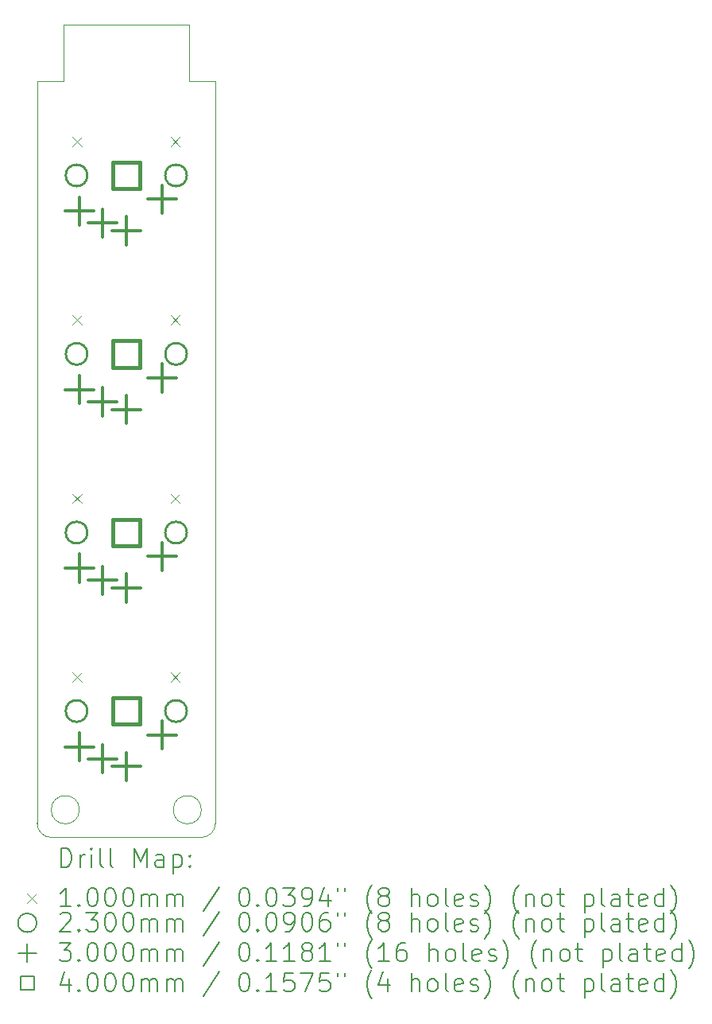
<source format=gbr>
%TF.GenerationSoftware,KiCad,Pcbnew,7.0.8*%
%TF.CreationDate,2023-10-16T19:49:08-07:00*%
%TF.ProjectId,Seismos_4-Key,53656973-6d6f-4735-9f34-2d4b65792e6b,rev?*%
%TF.SameCoordinates,Original*%
%TF.FileFunction,Drillmap*%
%TF.FilePolarity,Positive*%
%FSLAX45Y45*%
G04 Gerber Fmt 4.5, Leading zero omitted, Abs format (unit mm)*
G04 Created by KiCad (PCBNEW 7.0.8) date 2023-10-16 19:49:08*
%MOMM*%
%LPD*%
G01*
G04 APERTURE LIST*
%ADD10C,0.100000*%
%ADD11C,0.200000*%
%ADD12C,0.230000*%
%ADD13C,0.300000*%
%ADD14C,0.400000*%
G04 APERTURE END LIST*
D10*
X3750000Y-10993934D02*
X3750000Y-3100000D01*
X5500000Y-11143934D02*
X3900000Y-11143934D01*
X3749996Y-10993934D02*
G75*
G03*
X3900000Y-11143934I150004J4D01*
G01*
X4030000Y-2500000D02*
X4030000Y-3100000D01*
X3750000Y-3100000D02*
X4030000Y-3100000D01*
X5500000Y-10850000D02*
G75*
G03*
X5500000Y-10850000I-150000J0D01*
G01*
X5650000Y-3100000D02*
X5370000Y-3100000D01*
X5500000Y-11143930D02*
G75*
G03*
X5650000Y-10993934I0J150000D01*
G01*
X5650000Y-3100000D02*
X5650000Y-10993934D01*
X5370000Y-3100000D02*
X5370000Y-2500000D01*
X4200000Y-10850000D02*
G75*
G03*
X4200000Y-10850000I-150000J0D01*
G01*
X4030000Y-2500000D02*
X5370000Y-2500000D01*
D11*
D10*
X4128000Y-3688420D02*
X4228000Y-3788420D01*
X4228000Y-3688420D02*
X4128000Y-3788420D01*
X4128000Y-5588420D02*
X4228000Y-5688420D01*
X4228000Y-5588420D02*
X4128000Y-5688420D01*
X4128000Y-7488420D02*
X4228000Y-7588420D01*
X4228000Y-7488420D02*
X4128000Y-7588420D01*
X4128000Y-9388420D02*
X4228000Y-9488420D01*
X4228000Y-9388420D02*
X4128000Y-9488420D01*
X5172000Y-3688420D02*
X5272000Y-3788420D01*
X5272000Y-3688420D02*
X5172000Y-3788420D01*
X5172000Y-5588420D02*
X5272000Y-5688420D01*
X5272000Y-5588420D02*
X5172000Y-5688420D01*
X5172000Y-7488420D02*
X5272000Y-7588420D01*
X5272000Y-7488420D02*
X5172000Y-7588420D01*
X5172000Y-9388420D02*
X5272000Y-9488420D01*
X5272000Y-9388420D02*
X5172000Y-9488420D01*
D12*
X4285000Y-4100000D02*
G75*
G03*
X4285000Y-4100000I-115000J0D01*
G01*
X4285000Y-6000000D02*
G75*
G03*
X4285000Y-6000000I-115000J0D01*
G01*
X4285000Y-7900000D02*
G75*
G03*
X4285000Y-7900000I-115000J0D01*
G01*
X4285000Y-9800000D02*
G75*
G03*
X4285000Y-9800000I-115000J0D01*
G01*
X5345000Y-4100000D02*
G75*
G03*
X5345000Y-4100000I-115000J0D01*
G01*
X5345000Y-6000000D02*
G75*
G03*
X5345000Y-6000000I-115000J0D01*
G01*
X5345000Y-7900000D02*
G75*
G03*
X5345000Y-7900000I-115000J0D01*
G01*
X5345000Y-9800000D02*
G75*
G03*
X5345000Y-9800000I-115000J0D01*
G01*
D13*
X4200000Y-4330000D02*
X4200000Y-4630000D01*
X4050000Y-4480000D02*
X4350000Y-4480000D01*
X4200000Y-6230000D02*
X4200000Y-6530000D01*
X4050000Y-6380000D02*
X4350000Y-6380000D01*
X4200000Y-8130000D02*
X4200000Y-8430000D01*
X4050000Y-8280000D02*
X4350000Y-8280000D01*
X4200000Y-10030000D02*
X4200000Y-10330000D01*
X4050000Y-10180000D02*
X4350000Y-10180000D01*
X4446000Y-4458000D02*
X4446000Y-4758000D01*
X4296000Y-4608000D02*
X4596000Y-4608000D01*
X4446000Y-6358000D02*
X4446000Y-6658000D01*
X4296000Y-6508000D02*
X4596000Y-6508000D01*
X4446000Y-8258000D02*
X4446000Y-8558000D01*
X4296000Y-8408000D02*
X4596000Y-8408000D01*
X4446000Y-10158000D02*
X4446000Y-10458000D01*
X4296000Y-10308000D02*
X4596000Y-10308000D01*
X4700000Y-4540000D02*
X4700000Y-4840000D01*
X4550000Y-4690000D02*
X4850000Y-4690000D01*
X4700000Y-6440000D02*
X4700000Y-6740000D01*
X4550000Y-6590000D02*
X4850000Y-6590000D01*
X4700000Y-8340000D02*
X4700000Y-8640000D01*
X4550000Y-8490000D02*
X4850000Y-8490000D01*
X4700000Y-10240000D02*
X4700000Y-10540000D01*
X4550000Y-10390000D02*
X4850000Y-10390000D01*
X5081000Y-4204000D02*
X5081000Y-4504000D01*
X4931000Y-4354000D02*
X5231000Y-4354000D01*
X5081000Y-6104000D02*
X5081000Y-6404000D01*
X4931000Y-6254000D02*
X5231000Y-6254000D01*
X5081000Y-8004000D02*
X5081000Y-8304000D01*
X4931000Y-8154000D02*
X5231000Y-8154000D01*
X5081000Y-9904000D02*
X5081000Y-10204000D01*
X4931000Y-10054000D02*
X5231000Y-10054000D01*
D14*
X4841423Y-4241423D02*
X4841423Y-3958577D01*
X4558577Y-3958577D01*
X4558577Y-4241423D01*
X4841423Y-4241423D01*
X4841423Y-6141423D02*
X4841423Y-5858577D01*
X4558577Y-5858577D01*
X4558577Y-6141423D01*
X4841423Y-6141423D01*
X4841423Y-8041423D02*
X4841423Y-7758577D01*
X4558577Y-7758577D01*
X4558577Y-8041423D01*
X4841423Y-8041423D01*
X4841423Y-9941423D02*
X4841423Y-9658577D01*
X4558577Y-9658577D01*
X4558577Y-9941423D01*
X4841423Y-9941423D01*
D11*
X4005777Y-11460418D02*
X4005777Y-11260418D01*
X4005777Y-11260418D02*
X4053396Y-11260418D01*
X4053396Y-11260418D02*
X4081967Y-11269942D01*
X4081967Y-11269942D02*
X4101015Y-11288989D01*
X4101015Y-11288989D02*
X4110539Y-11308037D01*
X4110539Y-11308037D02*
X4120062Y-11346132D01*
X4120062Y-11346132D02*
X4120062Y-11374703D01*
X4120062Y-11374703D02*
X4110539Y-11412799D01*
X4110539Y-11412799D02*
X4101015Y-11431846D01*
X4101015Y-11431846D02*
X4081967Y-11450894D01*
X4081967Y-11450894D02*
X4053396Y-11460418D01*
X4053396Y-11460418D02*
X4005777Y-11460418D01*
X4205777Y-11460418D02*
X4205777Y-11327084D01*
X4205777Y-11365180D02*
X4215301Y-11346132D01*
X4215301Y-11346132D02*
X4224824Y-11336608D01*
X4224824Y-11336608D02*
X4243872Y-11327084D01*
X4243872Y-11327084D02*
X4262920Y-11327084D01*
X4329586Y-11460418D02*
X4329586Y-11327084D01*
X4329586Y-11260418D02*
X4320063Y-11269942D01*
X4320063Y-11269942D02*
X4329586Y-11279465D01*
X4329586Y-11279465D02*
X4339110Y-11269942D01*
X4339110Y-11269942D02*
X4329586Y-11260418D01*
X4329586Y-11260418D02*
X4329586Y-11279465D01*
X4453396Y-11460418D02*
X4434348Y-11450894D01*
X4434348Y-11450894D02*
X4424824Y-11431846D01*
X4424824Y-11431846D02*
X4424824Y-11260418D01*
X4558158Y-11460418D02*
X4539110Y-11450894D01*
X4539110Y-11450894D02*
X4529586Y-11431846D01*
X4529586Y-11431846D02*
X4529586Y-11260418D01*
X4786729Y-11460418D02*
X4786729Y-11260418D01*
X4786729Y-11260418D02*
X4853396Y-11403275D01*
X4853396Y-11403275D02*
X4920063Y-11260418D01*
X4920063Y-11260418D02*
X4920063Y-11460418D01*
X5101015Y-11460418D02*
X5101015Y-11355656D01*
X5101015Y-11355656D02*
X5091491Y-11336608D01*
X5091491Y-11336608D02*
X5072444Y-11327084D01*
X5072444Y-11327084D02*
X5034348Y-11327084D01*
X5034348Y-11327084D02*
X5015301Y-11336608D01*
X5101015Y-11450894D02*
X5081967Y-11460418D01*
X5081967Y-11460418D02*
X5034348Y-11460418D01*
X5034348Y-11460418D02*
X5015301Y-11450894D01*
X5015301Y-11450894D02*
X5005777Y-11431846D01*
X5005777Y-11431846D02*
X5005777Y-11412799D01*
X5005777Y-11412799D02*
X5015301Y-11393751D01*
X5015301Y-11393751D02*
X5034348Y-11384227D01*
X5034348Y-11384227D02*
X5081967Y-11384227D01*
X5081967Y-11384227D02*
X5101015Y-11374703D01*
X5196253Y-11327084D02*
X5196253Y-11527084D01*
X5196253Y-11336608D02*
X5215301Y-11327084D01*
X5215301Y-11327084D02*
X5253396Y-11327084D01*
X5253396Y-11327084D02*
X5272444Y-11336608D01*
X5272444Y-11336608D02*
X5281967Y-11346132D01*
X5281967Y-11346132D02*
X5291491Y-11365180D01*
X5291491Y-11365180D02*
X5291491Y-11422322D01*
X5291491Y-11422322D02*
X5281967Y-11441370D01*
X5281967Y-11441370D02*
X5272444Y-11450894D01*
X5272444Y-11450894D02*
X5253396Y-11460418D01*
X5253396Y-11460418D02*
X5215301Y-11460418D01*
X5215301Y-11460418D02*
X5196253Y-11450894D01*
X5377205Y-11441370D02*
X5386729Y-11450894D01*
X5386729Y-11450894D02*
X5377205Y-11460418D01*
X5377205Y-11460418D02*
X5367682Y-11450894D01*
X5367682Y-11450894D02*
X5377205Y-11441370D01*
X5377205Y-11441370D02*
X5377205Y-11460418D01*
X5377205Y-11336608D02*
X5386729Y-11346132D01*
X5386729Y-11346132D02*
X5377205Y-11355656D01*
X5377205Y-11355656D02*
X5367682Y-11346132D01*
X5367682Y-11346132D02*
X5377205Y-11336608D01*
X5377205Y-11336608D02*
X5377205Y-11355656D01*
D10*
X3645000Y-11738934D02*
X3745000Y-11838934D01*
X3745000Y-11738934D02*
X3645000Y-11838934D01*
D11*
X4110539Y-11880418D02*
X3996253Y-11880418D01*
X4053396Y-11880418D02*
X4053396Y-11680418D01*
X4053396Y-11680418D02*
X4034348Y-11708989D01*
X4034348Y-11708989D02*
X4015301Y-11728037D01*
X4015301Y-11728037D02*
X3996253Y-11737561D01*
X4196253Y-11861370D02*
X4205777Y-11870894D01*
X4205777Y-11870894D02*
X4196253Y-11880418D01*
X4196253Y-11880418D02*
X4186729Y-11870894D01*
X4186729Y-11870894D02*
X4196253Y-11861370D01*
X4196253Y-11861370D02*
X4196253Y-11880418D01*
X4329586Y-11680418D02*
X4348634Y-11680418D01*
X4348634Y-11680418D02*
X4367682Y-11689942D01*
X4367682Y-11689942D02*
X4377205Y-11699465D01*
X4377205Y-11699465D02*
X4386729Y-11718513D01*
X4386729Y-11718513D02*
X4396253Y-11756608D01*
X4396253Y-11756608D02*
X4396253Y-11804227D01*
X4396253Y-11804227D02*
X4386729Y-11842322D01*
X4386729Y-11842322D02*
X4377205Y-11861370D01*
X4377205Y-11861370D02*
X4367682Y-11870894D01*
X4367682Y-11870894D02*
X4348634Y-11880418D01*
X4348634Y-11880418D02*
X4329586Y-11880418D01*
X4329586Y-11880418D02*
X4310539Y-11870894D01*
X4310539Y-11870894D02*
X4301015Y-11861370D01*
X4301015Y-11861370D02*
X4291491Y-11842322D01*
X4291491Y-11842322D02*
X4281967Y-11804227D01*
X4281967Y-11804227D02*
X4281967Y-11756608D01*
X4281967Y-11756608D02*
X4291491Y-11718513D01*
X4291491Y-11718513D02*
X4301015Y-11699465D01*
X4301015Y-11699465D02*
X4310539Y-11689942D01*
X4310539Y-11689942D02*
X4329586Y-11680418D01*
X4520063Y-11680418D02*
X4539110Y-11680418D01*
X4539110Y-11680418D02*
X4558158Y-11689942D01*
X4558158Y-11689942D02*
X4567682Y-11699465D01*
X4567682Y-11699465D02*
X4577205Y-11718513D01*
X4577205Y-11718513D02*
X4586729Y-11756608D01*
X4586729Y-11756608D02*
X4586729Y-11804227D01*
X4586729Y-11804227D02*
X4577205Y-11842322D01*
X4577205Y-11842322D02*
X4567682Y-11861370D01*
X4567682Y-11861370D02*
X4558158Y-11870894D01*
X4558158Y-11870894D02*
X4539110Y-11880418D01*
X4539110Y-11880418D02*
X4520063Y-11880418D01*
X4520063Y-11880418D02*
X4501015Y-11870894D01*
X4501015Y-11870894D02*
X4491491Y-11861370D01*
X4491491Y-11861370D02*
X4481967Y-11842322D01*
X4481967Y-11842322D02*
X4472444Y-11804227D01*
X4472444Y-11804227D02*
X4472444Y-11756608D01*
X4472444Y-11756608D02*
X4481967Y-11718513D01*
X4481967Y-11718513D02*
X4491491Y-11699465D01*
X4491491Y-11699465D02*
X4501015Y-11689942D01*
X4501015Y-11689942D02*
X4520063Y-11680418D01*
X4710539Y-11680418D02*
X4729586Y-11680418D01*
X4729586Y-11680418D02*
X4748634Y-11689942D01*
X4748634Y-11689942D02*
X4758158Y-11699465D01*
X4758158Y-11699465D02*
X4767682Y-11718513D01*
X4767682Y-11718513D02*
X4777205Y-11756608D01*
X4777205Y-11756608D02*
X4777205Y-11804227D01*
X4777205Y-11804227D02*
X4767682Y-11842322D01*
X4767682Y-11842322D02*
X4758158Y-11861370D01*
X4758158Y-11861370D02*
X4748634Y-11870894D01*
X4748634Y-11870894D02*
X4729586Y-11880418D01*
X4729586Y-11880418D02*
X4710539Y-11880418D01*
X4710539Y-11880418D02*
X4691491Y-11870894D01*
X4691491Y-11870894D02*
X4681967Y-11861370D01*
X4681967Y-11861370D02*
X4672444Y-11842322D01*
X4672444Y-11842322D02*
X4662920Y-11804227D01*
X4662920Y-11804227D02*
X4662920Y-11756608D01*
X4662920Y-11756608D02*
X4672444Y-11718513D01*
X4672444Y-11718513D02*
X4681967Y-11699465D01*
X4681967Y-11699465D02*
X4691491Y-11689942D01*
X4691491Y-11689942D02*
X4710539Y-11680418D01*
X4862920Y-11880418D02*
X4862920Y-11747084D01*
X4862920Y-11766132D02*
X4872444Y-11756608D01*
X4872444Y-11756608D02*
X4891491Y-11747084D01*
X4891491Y-11747084D02*
X4920063Y-11747084D01*
X4920063Y-11747084D02*
X4939110Y-11756608D01*
X4939110Y-11756608D02*
X4948634Y-11775656D01*
X4948634Y-11775656D02*
X4948634Y-11880418D01*
X4948634Y-11775656D02*
X4958158Y-11756608D01*
X4958158Y-11756608D02*
X4977205Y-11747084D01*
X4977205Y-11747084D02*
X5005777Y-11747084D01*
X5005777Y-11747084D02*
X5024825Y-11756608D01*
X5024825Y-11756608D02*
X5034348Y-11775656D01*
X5034348Y-11775656D02*
X5034348Y-11880418D01*
X5129586Y-11880418D02*
X5129586Y-11747084D01*
X5129586Y-11766132D02*
X5139110Y-11756608D01*
X5139110Y-11756608D02*
X5158158Y-11747084D01*
X5158158Y-11747084D02*
X5186729Y-11747084D01*
X5186729Y-11747084D02*
X5205777Y-11756608D01*
X5205777Y-11756608D02*
X5215301Y-11775656D01*
X5215301Y-11775656D02*
X5215301Y-11880418D01*
X5215301Y-11775656D02*
X5224825Y-11756608D01*
X5224825Y-11756608D02*
X5243872Y-11747084D01*
X5243872Y-11747084D02*
X5272444Y-11747084D01*
X5272444Y-11747084D02*
X5291491Y-11756608D01*
X5291491Y-11756608D02*
X5301015Y-11775656D01*
X5301015Y-11775656D02*
X5301015Y-11880418D01*
X5691491Y-11670894D02*
X5520063Y-11928037D01*
X5948634Y-11680418D02*
X5967682Y-11680418D01*
X5967682Y-11680418D02*
X5986729Y-11689942D01*
X5986729Y-11689942D02*
X5996253Y-11699465D01*
X5996253Y-11699465D02*
X6005777Y-11718513D01*
X6005777Y-11718513D02*
X6015301Y-11756608D01*
X6015301Y-11756608D02*
X6015301Y-11804227D01*
X6015301Y-11804227D02*
X6005777Y-11842322D01*
X6005777Y-11842322D02*
X5996253Y-11861370D01*
X5996253Y-11861370D02*
X5986729Y-11870894D01*
X5986729Y-11870894D02*
X5967682Y-11880418D01*
X5967682Y-11880418D02*
X5948634Y-11880418D01*
X5948634Y-11880418D02*
X5929586Y-11870894D01*
X5929586Y-11870894D02*
X5920063Y-11861370D01*
X5920063Y-11861370D02*
X5910539Y-11842322D01*
X5910539Y-11842322D02*
X5901015Y-11804227D01*
X5901015Y-11804227D02*
X5901015Y-11756608D01*
X5901015Y-11756608D02*
X5910539Y-11718513D01*
X5910539Y-11718513D02*
X5920063Y-11699465D01*
X5920063Y-11699465D02*
X5929586Y-11689942D01*
X5929586Y-11689942D02*
X5948634Y-11680418D01*
X6101015Y-11861370D02*
X6110539Y-11870894D01*
X6110539Y-11870894D02*
X6101015Y-11880418D01*
X6101015Y-11880418D02*
X6091491Y-11870894D01*
X6091491Y-11870894D02*
X6101015Y-11861370D01*
X6101015Y-11861370D02*
X6101015Y-11880418D01*
X6234348Y-11680418D02*
X6253396Y-11680418D01*
X6253396Y-11680418D02*
X6272444Y-11689942D01*
X6272444Y-11689942D02*
X6281967Y-11699465D01*
X6281967Y-11699465D02*
X6291491Y-11718513D01*
X6291491Y-11718513D02*
X6301015Y-11756608D01*
X6301015Y-11756608D02*
X6301015Y-11804227D01*
X6301015Y-11804227D02*
X6291491Y-11842322D01*
X6291491Y-11842322D02*
X6281967Y-11861370D01*
X6281967Y-11861370D02*
X6272444Y-11870894D01*
X6272444Y-11870894D02*
X6253396Y-11880418D01*
X6253396Y-11880418D02*
X6234348Y-11880418D01*
X6234348Y-11880418D02*
X6215301Y-11870894D01*
X6215301Y-11870894D02*
X6205777Y-11861370D01*
X6205777Y-11861370D02*
X6196253Y-11842322D01*
X6196253Y-11842322D02*
X6186729Y-11804227D01*
X6186729Y-11804227D02*
X6186729Y-11756608D01*
X6186729Y-11756608D02*
X6196253Y-11718513D01*
X6196253Y-11718513D02*
X6205777Y-11699465D01*
X6205777Y-11699465D02*
X6215301Y-11689942D01*
X6215301Y-11689942D02*
X6234348Y-11680418D01*
X6367682Y-11680418D02*
X6491491Y-11680418D01*
X6491491Y-11680418D02*
X6424825Y-11756608D01*
X6424825Y-11756608D02*
X6453396Y-11756608D01*
X6453396Y-11756608D02*
X6472444Y-11766132D01*
X6472444Y-11766132D02*
X6481967Y-11775656D01*
X6481967Y-11775656D02*
X6491491Y-11794703D01*
X6491491Y-11794703D02*
X6491491Y-11842322D01*
X6491491Y-11842322D02*
X6481967Y-11861370D01*
X6481967Y-11861370D02*
X6472444Y-11870894D01*
X6472444Y-11870894D02*
X6453396Y-11880418D01*
X6453396Y-11880418D02*
X6396253Y-11880418D01*
X6396253Y-11880418D02*
X6377206Y-11870894D01*
X6377206Y-11870894D02*
X6367682Y-11861370D01*
X6586729Y-11880418D02*
X6624825Y-11880418D01*
X6624825Y-11880418D02*
X6643872Y-11870894D01*
X6643872Y-11870894D02*
X6653396Y-11861370D01*
X6653396Y-11861370D02*
X6672444Y-11832799D01*
X6672444Y-11832799D02*
X6681967Y-11794703D01*
X6681967Y-11794703D02*
X6681967Y-11718513D01*
X6681967Y-11718513D02*
X6672444Y-11699465D01*
X6672444Y-11699465D02*
X6662920Y-11689942D01*
X6662920Y-11689942D02*
X6643872Y-11680418D01*
X6643872Y-11680418D02*
X6605777Y-11680418D01*
X6605777Y-11680418D02*
X6586729Y-11689942D01*
X6586729Y-11689942D02*
X6577206Y-11699465D01*
X6577206Y-11699465D02*
X6567682Y-11718513D01*
X6567682Y-11718513D02*
X6567682Y-11766132D01*
X6567682Y-11766132D02*
X6577206Y-11785180D01*
X6577206Y-11785180D02*
X6586729Y-11794703D01*
X6586729Y-11794703D02*
X6605777Y-11804227D01*
X6605777Y-11804227D02*
X6643872Y-11804227D01*
X6643872Y-11804227D02*
X6662920Y-11794703D01*
X6662920Y-11794703D02*
X6672444Y-11785180D01*
X6672444Y-11785180D02*
X6681967Y-11766132D01*
X6853396Y-11747084D02*
X6853396Y-11880418D01*
X6805777Y-11670894D02*
X6758158Y-11813751D01*
X6758158Y-11813751D02*
X6881967Y-11813751D01*
X6948634Y-11680418D02*
X6948634Y-11718513D01*
X7024825Y-11680418D02*
X7024825Y-11718513D01*
X7320063Y-11956608D02*
X7310539Y-11947084D01*
X7310539Y-11947084D02*
X7291491Y-11918513D01*
X7291491Y-11918513D02*
X7281968Y-11899465D01*
X7281968Y-11899465D02*
X7272444Y-11870894D01*
X7272444Y-11870894D02*
X7262920Y-11823275D01*
X7262920Y-11823275D02*
X7262920Y-11785180D01*
X7262920Y-11785180D02*
X7272444Y-11737561D01*
X7272444Y-11737561D02*
X7281968Y-11708989D01*
X7281968Y-11708989D02*
X7291491Y-11689942D01*
X7291491Y-11689942D02*
X7310539Y-11661370D01*
X7310539Y-11661370D02*
X7320063Y-11651846D01*
X7424825Y-11766132D02*
X7405777Y-11756608D01*
X7405777Y-11756608D02*
X7396253Y-11747084D01*
X7396253Y-11747084D02*
X7386729Y-11728037D01*
X7386729Y-11728037D02*
X7386729Y-11718513D01*
X7386729Y-11718513D02*
X7396253Y-11699465D01*
X7396253Y-11699465D02*
X7405777Y-11689942D01*
X7405777Y-11689942D02*
X7424825Y-11680418D01*
X7424825Y-11680418D02*
X7462920Y-11680418D01*
X7462920Y-11680418D02*
X7481968Y-11689942D01*
X7481968Y-11689942D02*
X7491491Y-11699465D01*
X7491491Y-11699465D02*
X7501015Y-11718513D01*
X7501015Y-11718513D02*
X7501015Y-11728037D01*
X7501015Y-11728037D02*
X7491491Y-11747084D01*
X7491491Y-11747084D02*
X7481968Y-11756608D01*
X7481968Y-11756608D02*
X7462920Y-11766132D01*
X7462920Y-11766132D02*
X7424825Y-11766132D01*
X7424825Y-11766132D02*
X7405777Y-11775656D01*
X7405777Y-11775656D02*
X7396253Y-11785180D01*
X7396253Y-11785180D02*
X7386729Y-11804227D01*
X7386729Y-11804227D02*
X7386729Y-11842322D01*
X7386729Y-11842322D02*
X7396253Y-11861370D01*
X7396253Y-11861370D02*
X7405777Y-11870894D01*
X7405777Y-11870894D02*
X7424825Y-11880418D01*
X7424825Y-11880418D02*
X7462920Y-11880418D01*
X7462920Y-11880418D02*
X7481968Y-11870894D01*
X7481968Y-11870894D02*
X7491491Y-11861370D01*
X7491491Y-11861370D02*
X7501015Y-11842322D01*
X7501015Y-11842322D02*
X7501015Y-11804227D01*
X7501015Y-11804227D02*
X7491491Y-11785180D01*
X7491491Y-11785180D02*
X7481968Y-11775656D01*
X7481968Y-11775656D02*
X7462920Y-11766132D01*
X7739110Y-11880418D02*
X7739110Y-11680418D01*
X7824825Y-11880418D02*
X7824825Y-11775656D01*
X7824825Y-11775656D02*
X7815301Y-11756608D01*
X7815301Y-11756608D02*
X7796253Y-11747084D01*
X7796253Y-11747084D02*
X7767682Y-11747084D01*
X7767682Y-11747084D02*
X7748634Y-11756608D01*
X7748634Y-11756608D02*
X7739110Y-11766132D01*
X7948634Y-11880418D02*
X7929587Y-11870894D01*
X7929587Y-11870894D02*
X7920063Y-11861370D01*
X7920063Y-11861370D02*
X7910539Y-11842322D01*
X7910539Y-11842322D02*
X7910539Y-11785180D01*
X7910539Y-11785180D02*
X7920063Y-11766132D01*
X7920063Y-11766132D02*
X7929587Y-11756608D01*
X7929587Y-11756608D02*
X7948634Y-11747084D01*
X7948634Y-11747084D02*
X7977206Y-11747084D01*
X7977206Y-11747084D02*
X7996253Y-11756608D01*
X7996253Y-11756608D02*
X8005777Y-11766132D01*
X8005777Y-11766132D02*
X8015301Y-11785180D01*
X8015301Y-11785180D02*
X8015301Y-11842322D01*
X8015301Y-11842322D02*
X8005777Y-11861370D01*
X8005777Y-11861370D02*
X7996253Y-11870894D01*
X7996253Y-11870894D02*
X7977206Y-11880418D01*
X7977206Y-11880418D02*
X7948634Y-11880418D01*
X8129587Y-11880418D02*
X8110539Y-11870894D01*
X8110539Y-11870894D02*
X8101015Y-11851846D01*
X8101015Y-11851846D02*
X8101015Y-11680418D01*
X8281968Y-11870894D02*
X8262920Y-11880418D01*
X8262920Y-11880418D02*
X8224825Y-11880418D01*
X8224825Y-11880418D02*
X8205777Y-11870894D01*
X8205777Y-11870894D02*
X8196253Y-11851846D01*
X8196253Y-11851846D02*
X8196253Y-11775656D01*
X8196253Y-11775656D02*
X8205777Y-11756608D01*
X8205777Y-11756608D02*
X8224825Y-11747084D01*
X8224825Y-11747084D02*
X8262920Y-11747084D01*
X8262920Y-11747084D02*
X8281968Y-11756608D01*
X8281968Y-11756608D02*
X8291491Y-11775656D01*
X8291491Y-11775656D02*
X8291491Y-11794703D01*
X8291491Y-11794703D02*
X8196253Y-11813751D01*
X8367682Y-11870894D02*
X8386730Y-11880418D01*
X8386730Y-11880418D02*
X8424825Y-11880418D01*
X8424825Y-11880418D02*
X8443873Y-11870894D01*
X8443873Y-11870894D02*
X8453396Y-11851846D01*
X8453396Y-11851846D02*
X8453396Y-11842322D01*
X8453396Y-11842322D02*
X8443873Y-11823275D01*
X8443873Y-11823275D02*
X8424825Y-11813751D01*
X8424825Y-11813751D02*
X8396253Y-11813751D01*
X8396253Y-11813751D02*
X8377206Y-11804227D01*
X8377206Y-11804227D02*
X8367682Y-11785180D01*
X8367682Y-11785180D02*
X8367682Y-11775656D01*
X8367682Y-11775656D02*
X8377206Y-11756608D01*
X8377206Y-11756608D02*
X8396253Y-11747084D01*
X8396253Y-11747084D02*
X8424825Y-11747084D01*
X8424825Y-11747084D02*
X8443873Y-11756608D01*
X8520063Y-11956608D02*
X8529587Y-11947084D01*
X8529587Y-11947084D02*
X8548634Y-11918513D01*
X8548634Y-11918513D02*
X8558158Y-11899465D01*
X8558158Y-11899465D02*
X8567682Y-11870894D01*
X8567682Y-11870894D02*
X8577206Y-11823275D01*
X8577206Y-11823275D02*
X8577206Y-11785180D01*
X8577206Y-11785180D02*
X8567682Y-11737561D01*
X8567682Y-11737561D02*
X8558158Y-11708989D01*
X8558158Y-11708989D02*
X8548634Y-11689942D01*
X8548634Y-11689942D02*
X8529587Y-11661370D01*
X8529587Y-11661370D02*
X8520063Y-11651846D01*
X8881968Y-11956608D02*
X8872444Y-11947084D01*
X8872444Y-11947084D02*
X8853396Y-11918513D01*
X8853396Y-11918513D02*
X8843873Y-11899465D01*
X8843873Y-11899465D02*
X8834349Y-11870894D01*
X8834349Y-11870894D02*
X8824825Y-11823275D01*
X8824825Y-11823275D02*
X8824825Y-11785180D01*
X8824825Y-11785180D02*
X8834349Y-11737561D01*
X8834349Y-11737561D02*
X8843873Y-11708989D01*
X8843873Y-11708989D02*
X8853396Y-11689942D01*
X8853396Y-11689942D02*
X8872444Y-11661370D01*
X8872444Y-11661370D02*
X8881968Y-11651846D01*
X8958158Y-11747084D02*
X8958158Y-11880418D01*
X8958158Y-11766132D02*
X8967682Y-11756608D01*
X8967682Y-11756608D02*
X8986730Y-11747084D01*
X8986730Y-11747084D02*
X9015301Y-11747084D01*
X9015301Y-11747084D02*
X9034349Y-11756608D01*
X9034349Y-11756608D02*
X9043873Y-11775656D01*
X9043873Y-11775656D02*
X9043873Y-11880418D01*
X9167682Y-11880418D02*
X9148634Y-11870894D01*
X9148634Y-11870894D02*
X9139111Y-11861370D01*
X9139111Y-11861370D02*
X9129587Y-11842322D01*
X9129587Y-11842322D02*
X9129587Y-11785180D01*
X9129587Y-11785180D02*
X9139111Y-11766132D01*
X9139111Y-11766132D02*
X9148634Y-11756608D01*
X9148634Y-11756608D02*
X9167682Y-11747084D01*
X9167682Y-11747084D02*
X9196254Y-11747084D01*
X9196254Y-11747084D02*
X9215301Y-11756608D01*
X9215301Y-11756608D02*
X9224825Y-11766132D01*
X9224825Y-11766132D02*
X9234349Y-11785180D01*
X9234349Y-11785180D02*
X9234349Y-11842322D01*
X9234349Y-11842322D02*
X9224825Y-11861370D01*
X9224825Y-11861370D02*
X9215301Y-11870894D01*
X9215301Y-11870894D02*
X9196254Y-11880418D01*
X9196254Y-11880418D02*
X9167682Y-11880418D01*
X9291492Y-11747084D02*
X9367682Y-11747084D01*
X9320063Y-11680418D02*
X9320063Y-11851846D01*
X9320063Y-11851846D02*
X9329587Y-11870894D01*
X9329587Y-11870894D02*
X9348634Y-11880418D01*
X9348634Y-11880418D02*
X9367682Y-11880418D01*
X9586730Y-11747084D02*
X9586730Y-11947084D01*
X9586730Y-11756608D02*
X9605777Y-11747084D01*
X9605777Y-11747084D02*
X9643873Y-11747084D01*
X9643873Y-11747084D02*
X9662920Y-11756608D01*
X9662920Y-11756608D02*
X9672444Y-11766132D01*
X9672444Y-11766132D02*
X9681968Y-11785180D01*
X9681968Y-11785180D02*
X9681968Y-11842322D01*
X9681968Y-11842322D02*
X9672444Y-11861370D01*
X9672444Y-11861370D02*
X9662920Y-11870894D01*
X9662920Y-11870894D02*
X9643873Y-11880418D01*
X9643873Y-11880418D02*
X9605777Y-11880418D01*
X9605777Y-11880418D02*
X9586730Y-11870894D01*
X9796254Y-11880418D02*
X9777206Y-11870894D01*
X9777206Y-11870894D02*
X9767682Y-11851846D01*
X9767682Y-11851846D02*
X9767682Y-11680418D01*
X9958158Y-11880418D02*
X9958158Y-11775656D01*
X9958158Y-11775656D02*
X9948635Y-11756608D01*
X9948635Y-11756608D02*
X9929587Y-11747084D01*
X9929587Y-11747084D02*
X9891492Y-11747084D01*
X9891492Y-11747084D02*
X9872444Y-11756608D01*
X9958158Y-11870894D02*
X9939111Y-11880418D01*
X9939111Y-11880418D02*
X9891492Y-11880418D01*
X9891492Y-11880418D02*
X9872444Y-11870894D01*
X9872444Y-11870894D02*
X9862920Y-11851846D01*
X9862920Y-11851846D02*
X9862920Y-11832799D01*
X9862920Y-11832799D02*
X9872444Y-11813751D01*
X9872444Y-11813751D02*
X9891492Y-11804227D01*
X9891492Y-11804227D02*
X9939111Y-11804227D01*
X9939111Y-11804227D02*
X9958158Y-11794703D01*
X10024825Y-11747084D02*
X10101015Y-11747084D01*
X10053396Y-11680418D02*
X10053396Y-11851846D01*
X10053396Y-11851846D02*
X10062920Y-11870894D01*
X10062920Y-11870894D02*
X10081968Y-11880418D01*
X10081968Y-11880418D02*
X10101015Y-11880418D01*
X10243873Y-11870894D02*
X10224825Y-11880418D01*
X10224825Y-11880418D02*
X10186730Y-11880418D01*
X10186730Y-11880418D02*
X10167682Y-11870894D01*
X10167682Y-11870894D02*
X10158158Y-11851846D01*
X10158158Y-11851846D02*
X10158158Y-11775656D01*
X10158158Y-11775656D02*
X10167682Y-11756608D01*
X10167682Y-11756608D02*
X10186730Y-11747084D01*
X10186730Y-11747084D02*
X10224825Y-11747084D01*
X10224825Y-11747084D02*
X10243873Y-11756608D01*
X10243873Y-11756608D02*
X10253396Y-11775656D01*
X10253396Y-11775656D02*
X10253396Y-11794703D01*
X10253396Y-11794703D02*
X10158158Y-11813751D01*
X10424825Y-11880418D02*
X10424825Y-11680418D01*
X10424825Y-11870894D02*
X10405777Y-11880418D01*
X10405777Y-11880418D02*
X10367682Y-11880418D01*
X10367682Y-11880418D02*
X10348635Y-11870894D01*
X10348635Y-11870894D02*
X10339111Y-11861370D01*
X10339111Y-11861370D02*
X10329587Y-11842322D01*
X10329587Y-11842322D02*
X10329587Y-11785180D01*
X10329587Y-11785180D02*
X10339111Y-11766132D01*
X10339111Y-11766132D02*
X10348635Y-11756608D01*
X10348635Y-11756608D02*
X10367682Y-11747084D01*
X10367682Y-11747084D02*
X10405777Y-11747084D01*
X10405777Y-11747084D02*
X10424825Y-11756608D01*
X10501016Y-11956608D02*
X10510539Y-11947084D01*
X10510539Y-11947084D02*
X10529587Y-11918513D01*
X10529587Y-11918513D02*
X10539111Y-11899465D01*
X10539111Y-11899465D02*
X10548635Y-11870894D01*
X10548635Y-11870894D02*
X10558158Y-11823275D01*
X10558158Y-11823275D02*
X10558158Y-11785180D01*
X10558158Y-11785180D02*
X10548635Y-11737561D01*
X10548635Y-11737561D02*
X10539111Y-11708989D01*
X10539111Y-11708989D02*
X10529587Y-11689942D01*
X10529587Y-11689942D02*
X10510539Y-11661370D01*
X10510539Y-11661370D02*
X10501016Y-11651846D01*
X3745000Y-12052934D02*
G75*
G03*
X3745000Y-12052934I-100000J0D01*
G01*
X3996253Y-11963465D02*
X4005777Y-11953942D01*
X4005777Y-11953942D02*
X4024824Y-11944418D01*
X4024824Y-11944418D02*
X4072443Y-11944418D01*
X4072443Y-11944418D02*
X4091491Y-11953942D01*
X4091491Y-11953942D02*
X4101015Y-11963465D01*
X4101015Y-11963465D02*
X4110539Y-11982513D01*
X4110539Y-11982513D02*
X4110539Y-12001561D01*
X4110539Y-12001561D02*
X4101015Y-12030132D01*
X4101015Y-12030132D02*
X3986729Y-12144418D01*
X3986729Y-12144418D02*
X4110539Y-12144418D01*
X4196253Y-12125370D02*
X4205777Y-12134894D01*
X4205777Y-12134894D02*
X4196253Y-12144418D01*
X4196253Y-12144418D02*
X4186729Y-12134894D01*
X4186729Y-12134894D02*
X4196253Y-12125370D01*
X4196253Y-12125370D02*
X4196253Y-12144418D01*
X4272444Y-11944418D02*
X4396253Y-11944418D01*
X4396253Y-11944418D02*
X4329586Y-12020608D01*
X4329586Y-12020608D02*
X4358158Y-12020608D01*
X4358158Y-12020608D02*
X4377205Y-12030132D01*
X4377205Y-12030132D02*
X4386729Y-12039656D01*
X4386729Y-12039656D02*
X4396253Y-12058703D01*
X4396253Y-12058703D02*
X4396253Y-12106322D01*
X4396253Y-12106322D02*
X4386729Y-12125370D01*
X4386729Y-12125370D02*
X4377205Y-12134894D01*
X4377205Y-12134894D02*
X4358158Y-12144418D01*
X4358158Y-12144418D02*
X4301015Y-12144418D01*
X4301015Y-12144418D02*
X4281967Y-12134894D01*
X4281967Y-12134894D02*
X4272444Y-12125370D01*
X4520063Y-11944418D02*
X4539110Y-11944418D01*
X4539110Y-11944418D02*
X4558158Y-11953942D01*
X4558158Y-11953942D02*
X4567682Y-11963465D01*
X4567682Y-11963465D02*
X4577205Y-11982513D01*
X4577205Y-11982513D02*
X4586729Y-12020608D01*
X4586729Y-12020608D02*
X4586729Y-12068227D01*
X4586729Y-12068227D02*
X4577205Y-12106322D01*
X4577205Y-12106322D02*
X4567682Y-12125370D01*
X4567682Y-12125370D02*
X4558158Y-12134894D01*
X4558158Y-12134894D02*
X4539110Y-12144418D01*
X4539110Y-12144418D02*
X4520063Y-12144418D01*
X4520063Y-12144418D02*
X4501015Y-12134894D01*
X4501015Y-12134894D02*
X4491491Y-12125370D01*
X4491491Y-12125370D02*
X4481967Y-12106322D01*
X4481967Y-12106322D02*
X4472444Y-12068227D01*
X4472444Y-12068227D02*
X4472444Y-12020608D01*
X4472444Y-12020608D02*
X4481967Y-11982513D01*
X4481967Y-11982513D02*
X4491491Y-11963465D01*
X4491491Y-11963465D02*
X4501015Y-11953942D01*
X4501015Y-11953942D02*
X4520063Y-11944418D01*
X4710539Y-11944418D02*
X4729586Y-11944418D01*
X4729586Y-11944418D02*
X4748634Y-11953942D01*
X4748634Y-11953942D02*
X4758158Y-11963465D01*
X4758158Y-11963465D02*
X4767682Y-11982513D01*
X4767682Y-11982513D02*
X4777205Y-12020608D01*
X4777205Y-12020608D02*
X4777205Y-12068227D01*
X4777205Y-12068227D02*
X4767682Y-12106322D01*
X4767682Y-12106322D02*
X4758158Y-12125370D01*
X4758158Y-12125370D02*
X4748634Y-12134894D01*
X4748634Y-12134894D02*
X4729586Y-12144418D01*
X4729586Y-12144418D02*
X4710539Y-12144418D01*
X4710539Y-12144418D02*
X4691491Y-12134894D01*
X4691491Y-12134894D02*
X4681967Y-12125370D01*
X4681967Y-12125370D02*
X4672444Y-12106322D01*
X4672444Y-12106322D02*
X4662920Y-12068227D01*
X4662920Y-12068227D02*
X4662920Y-12020608D01*
X4662920Y-12020608D02*
X4672444Y-11982513D01*
X4672444Y-11982513D02*
X4681967Y-11963465D01*
X4681967Y-11963465D02*
X4691491Y-11953942D01*
X4691491Y-11953942D02*
X4710539Y-11944418D01*
X4862920Y-12144418D02*
X4862920Y-12011084D01*
X4862920Y-12030132D02*
X4872444Y-12020608D01*
X4872444Y-12020608D02*
X4891491Y-12011084D01*
X4891491Y-12011084D02*
X4920063Y-12011084D01*
X4920063Y-12011084D02*
X4939110Y-12020608D01*
X4939110Y-12020608D02*
X4948634Y-12039656D01*
X4948634Y-12039656D02*
X4948634Y-12144418D01*
X4948634Y-12039656D02*
X4958158Y-12020608D01*
X4958158Y-12020608D02*
X4977205Y-12011084D01*
X4977205Y-12011084D02*
X5005777Y-12011084D01*
X5005777Y-12011084D02*
X5024825Y-12020608D01*
X5024825Y-12020608D02*
X5034348Y-12039656D01*
X5034348Y-12039656D02*
X5034348Y-12144418D01*
X5129586Y-12144418D02*
X5129586Y-12011084D01*
X5129586Y-12030132D02*
X5139110Y-12020608D01*
X5139110Y-12020608D02*
X5158158Y-12011084D01*
X5158158Y-12011084D02*
X5186729Y-12011084D01*
X5186729Y-12011084D02*
X5205777Y-12020608D01*
X5205777Y-12020608D02*
X5215301Y-12039656D01*
X5215301Y-12039656D02*
X5215301Y-12144418D01*
X5215301Y-12039656D02*
X5224825Y-12020608D01*
X5224825Y-12020608D02*
X5243872Y-12011084D01*
X5243872Y-12011084D02*
X5272444Y-12011084D01*
X5272444Y-12011084D02*
X5291491Y-12020608D01*
X5291491Y-12020608D02*
X5301015Y-12039656D01*
X5301015Y-12039656D02*
X5301015Y-12144418D01*
X5691491Y-11934894D02*
X5520063Y-12192037D01*
X5948634Y-11944418D02*
X5967682Y-11944418D01*
X5967682Y-11944418D02*
X5986729Y-11953942D01*
X5986729Y-11953942D02*
X5996253Y-11963465D01*
X5996253Y-11963465D02*
X6005777Y-11982513D01*
X6005777Y-11982513D02*
X6015301Y-12020608D01*
X6015301Y-12020608D02*
X6015301Y-12068227D01*
X6015301Y-12068227D02*
X6005777Y-12106322D01*
X6005777Y-12106322D02*
X5996253Y-12125370D01*
X5996253Y-12125370D02*
X5986729Y-12134894D01*
X5986729Y-12134894D02*
X5967682Y-12144418D01*
X5967682Y-12144418D02*
X5948634Y-12144418D01*
X5948634Y-12144418D02*
X5929586Y-12134894D01*
X5929586Y-12134894D02*
X5920063Y-12125370D01*
X5920063Y-12125370D02*
X5910539Y-12106322D01*
X5910539Y-12106322D02*
X5901015Y-12068227D01*
X5901015Y-12068227D02*
X5901015Y-12020608D01*
X5901015Y-12020608D02*
X5910539Y-11982513D01*
X5910539Y-11982513D02*
X5920063Y-11963465D01*
X5920063Y-11963465D02*
X5929586Y-11953942D01*
X5929586Y-11953942D02*
X5948634Y-11944418D01*
X6101015Y-12125370D02*
X6110539Y-12134894D01*
X6110539Y-12134894D02*
X6101015Y-12144418D01*
X6101015Y-12144418D02*
X6091491Y-12134894D01*
X6091491Y-12134894D02*
X6101015Y-12125370D01*
X6101015Y-12125370D02*
X6101015Y-12144418D01*
X6234348Y-11944418D02*
X6253396Y-11944418D01*
X6253396Y-11944418D02*
X6272444Y-11953942D01*
X6272444Y-11953942D02*
X6281967Y-11963465D01*
X6281967Y-11963465D02*
X6291491Y-11982513D01*
X6291491Y-11982513D02*
X6301015Y-12020608D01*
X6301015Y-12020608D02*
X6301015Y-12068227D01*
X6301015Y-12068227D02*
X6291491Y-12106322D01*
X6291491Y-12106322D02*
X6281967Y-12125370D01*
X6281967Y-12125370D02*
X6272444Y-12134894D01*
X6272444Y-12134894D02*
X6253396Y-12144418D01*
X6253396Y-12144418D02*
X6234348Y-12144418D01*
X6234348Y-12144418D02*
X6215301Y-12134894D01*
X6215301Y-12134894D02*
X6205777Y-12125370D01*
X6205777Y-12125370D02*
X6196253Y-12106322D01*
X6196253Y-12106322D02*
X6186729Y-12068227D01*
X6186729Y-12068227D02*
X6186729Y-12020608D01*
X6186729Y-12020608D02*
X6196253Y-11982513D01*
X6196253Y-11982513D02*
X6205777Y-11963465D01*
X6205777Y-11963465D02*
X6215301Y-11953942D01*
X6215301Y-11953942D02*
X6234348Y-11944418D01*
X6396253Y-12144418D02*
X6434348Y-12144418D01*
X6434348Y-12144418D02*
X6453396Y-12134894D01*
X6453396Y-12134894D02*
X6462920Y-12125370D01*
X6462920Y-12125370D02*
X6481967Y-12096799D01*
X6481967Y-12096799D02*
X6491491Y-12058703D01*
X6491491Y-12058703D02*
X6491491Y-11982513D01*
X6491491Y-11982513D02*
X6481967Y-11963465D01*
X6481967Y-11963465D02*
X6472444Y-11953942D01*
X6472444Y-11953942D02*
X6453396Y-11944418D01*
X6453396Y-11944418D02*
X6415301Y-11944418D01*
X6415301Y-11944418D02*
X6396253Y-11953942D01*
X6396253Y-11953942D02*
X6386729Y-11963465D01*
X6386729Y-11963465D02*
X6377206Y-11982513D01*
X6377206Y-11982513D02*
X6377206Y-12030132D01*
X6377206Y-12030132D02*
X6386729Y-12049180D01*
X6386729Y-12049180D02*
X6396253Y-12058703D01*
X6396253Y-12058703D02*
X6415301Y-12068227D01*
X6415301Y-12068227D02*
X6453396Y-12068227D01*
X6453396Y-12068227D02*
X6472444Y-12058703D01*
X6472444Y-12058703D02*
X6481967Y-12049180D01*
X6481967Y-12049180D02*
X6491491Y-12030132D01*
X6615301Y-11944418D02*
X6634348Y-11944418D01*
X6634348Y-11944418D02*
X6653396Y-11953942D01*
X6653396Y-11953942D02*
X6662920Y-11963465D01*
X6662920Y-11963465D02*
X6672444Y-11982513D01*
X6672444Y-11982513D02*
X6681967Y-12020608D01*
X6681967Y-12020608D02*
X6681967Y-12068227D01*
X6681967Y-12068227D02*
X6672444Y-12106322D01*
X6672444Y-12106322D02*
X6662920Y-12125370D01*
X6662920Y-12125370D02*
X6653396Y-12134894D01*
X6653396Y-12134894D02*
X6634348Y-12144418D01*
X6634348Y-12144418D02*
X6615301Y-12144418D01*
X6615301Y-12144418D02*
X6596253Y-12134894D01*
X6596253Y-12134894D02*
X6586729Y-12125370D01*
X6586729Y-12125370D02*
X6577206Y-12106322D01*
X6577206Y-12106322D02*
X6567682Y-12068227D01*
X6567682Y-12068227D02*
X6567682Y-12020608D01*
X6567682Y-12020608D02*
X6577206Y-11982513D01*
X6577206Y-11982513D02*
X6586729Y-11963465D01*
X6586729Y-11963465D02*
X6596253Y-11953942D01*
X6596253Y-11953942D02*
X6615301Y-11944418D01*
X6853396Y-11944418D02*
X6815301Y-11944418D01*
X6815301Y-11944418D02*
X6796253Y-11953942D01*
X6796253Y-11953942D02*
X6786729Y-11963465D01*
X6786729Y-11963465D02*
X6767682Y-11992037D01*
X6767682Y-11992037D02*
X6758158Y-12030132D01*
X6758158Y-12030132D02*
X6758158Y-12106322D01*
X6758158Y-12106322D02*
X6767682Y-12125370D01*
X6767682Y-12125370D02*
X6777206Y-12134894D01*
X6777206Y-12134894D02*
X6796253Y-12144418D01*
X6796253Y-12144418D02*
X6834348Y-12144418D01*
X6834348Y-12144418D02*
X6853396Y-12134894D01*
X6853396Y-12134894D02*
X6862920Y-12125370D01*
X6862920Y-12125370D02*
X6872444Y-12106322D01*
X6872444Y-12106322D02*
X6872444Y-12058703D01*
X6872444Y-12058703D02*
X6862920Y-12039656D01*
X6862920Y-12039656D02*
X6853396Y-12030132D01*
X6853396Y-12030132D02*
X6834348Y-12020608D01*
X6834348Y-12020608D02*
X6796253Y-12020608D01*
X6796253Y-12020608D02*
X6777206Y-12030132D01*
X6777206Y-12030132D02*
X6767682Y-12039656D01*
X6767682Y-12039656D02*
X6758158Y-12058703D01*
X6948634Y-11944418D02*
X6948634Y-11982513D01*
X7024825Y-11944418D02*
X7024825Y-11982513D01*
X7320063Y-12220608D02*
X7310539Y-12211084D01*
X7310539Y-12211084D02*
X7291491Y-12182513D01*
X7291491Y-12182513D02*
X7281968Y-12163465D01*
X7281968Y-12163465D02*
X7272444Y-12134894D01*
X7272444Y-12134894D02*
X7262920Y-12087275D01*
X7262920Y-12087275D02*
X7262920Y-12049180D01*
X7262920Y-12049180D02*
X7272444Y-12001561D01*
X7272444Y-12001561D02*
X7281968Y-11972989D01*
X7281968Y-11972989D02*
X7291491Y-11953942D01*
X7291491Y-11953942D02*
X7310539Y-11925370D01*
X7310539Y-11925370D02*
X7320063Y-11915846D01*
X7424825Y-12030132D02*
X7405777Y-12020608D01*
X7405777Y-12020608D02*
X7396253Y-12011084D01*
X7396253Y-12011084D02*
X7386729Y-11992037D01*
X7386729Y-11992037D02*
X7386729Y-11982513D01*
X7386729Y-11982513D02*
X7396253Y-11963465D01*
X7396253Y-11963465D02*
X7405777Y-11953942D01*
X7405777Y-11953942D02*
X7424825Y-11944418D01*
X7424825Y-11944418D02*
X7462920Y-11944418D01*
X7462920Y-11944418D02*
X7481968Y-11953942D01*
X7481968Y-11953942D02*
X7491491Y-11963465D01*
X7491491Y-11963465D02*
X7501015Y-11982513D01*
X7501015Y-11982513D02*
X7501015Y-11992037D01*
X7501015Y-11992037D02*
X7491491Y-12011084D01*
X7491491Y-12011084D02*
X7481968Y-12020608D01*
X7481968Y-12020608D02*
X7462920Y-12030132D01*
X7462920Y-12030132D02*
X7424825Y-12030132D01*
X7424825Y-12030132D02*
X7405777Y-12039656D01*
X7405777Y-12039656D02*
X7396253Y-12049180D01*
X7396253Y-12049180D02*
X7386729Y-12068227D01*
X7386729Y-12068227D02*
X7386729Y-12106322D01*
X7386729Y-12106322D02*
X7396253Y-12125370D01*
X7396253Y-12125370D02*
X7405777Y-12134894D01*
X7405777Y-12134894D02*
X7424825Y-12144418D01*
X7424825Y-12144418D02*
X7462920Y-12144418D01*
X7462920Y-12144418D02*
X7481968Y-12134894D01*
X7481968Y-12134894D02*
X7491491Y-12125370D01*
X7491491Y-12125370D02*
X7501015Y-12106322D01*
X7501015Y-12106322D02*
X7501015Y-12068227D01*
X7501015Y-12068227D02*
X7491491Y-12049180D01*
X7491491Y-12049180D02*
X7481968Y-12039656D01*
X7481968Y-12039656D02*
X7462920Y-12030132D01*
X7739110Y-12144418D02*
X7739110Y-11944418D01*
X7824825Y-12144418D02*
X7824825Y-12039656D01*
X7824825Y-12039656D02*
X7815301Y-12020608D01*
X7815301Y-12020608D02*
X7796253Y-12011084D01*
X7796253Y-12011084D02*
X7767682Y-12011084D01*
X7767682Y-12011084D02*
X7748634Y-12020608D01*
X7748634Y-12020608D02*
X7739110Y-12030132D01*
X7948634Y-12144418D02*
X7929587Y-12134894D01*
X7929587Y-12134894D02*
X7920063Y-12125370D01*
X7920063Y-12125370D02*
X7910539Y-12106322D01*
X7910539Y-12106322D02*
X7910539Y-12049180D01*
X7910539Y-12049180D02*
X7920063Y-12030132D01*
X7920063Y-12030132D02*
X7929587Y-12020608D01*
X7929587Y-12020608D02*
X7948634Y-12011084D01*
X7948634Y-12011084D02*
X7977206Y-12011084D01*
X7977206Y-12011084D02*
X7996253Y-12020608D01*
X7996253Y-12020608D02*
X8005777Y-12030132D01*
X8005777Y-12030132D02*
X8015301Y-12049180D01*
X8015301Y-12049180D02*
X8015301Y-12106322D01*
X8015301Y-12106322D02*
X8005777Y-12125370D01*
X8005777Y-12125370D02*
X7996253Y-12134894D01*
X7996253Y-12134894D02*
X7977206Y-12144418D01*
X7977206Y-12144418D02*
X7948634Y-12144418D01*
X8129587Y-12144418D02*
X8110539Y-12134894D01*
X8110539Y-12134894D02*
X8101015Y-12115846D01*
X8101015Y-12115846D02*
X8101015Y-11944418D01*
X8281968Y-12134894D02*
X8262920Y-12144418D01*
X8262920Y-12144418D02*
X8224825Y-12144418D01*
X8224825Y-12144418D02*
X8205777Y-12134894D01*
X8205777Y-12134894D02*
X8196253Y-12115846D01*
X8196253Y-12115846D02*
X8196253Y-12039656D01*
X8196253Y-12039656D02*
X8205777Y-12020608D01*
X8205777Y-12020608D02*
X8224825Y-12011084D01*
X8224825Y-12011084D02*
X8262920Y-12011084D01*
X8262920Y-12011084D02*
X8281968Y-12020608D01*
X8281968Y-12020608D02*
X8291491Y-12039656D01*
X8291491Y-12039656D02*
X8291491Y-12058703D01*
X8291491Y-12058703D02*
X8196253Y-12077751D01*
X8367682Y-12134894D02*
X8386730Y-12144418D01*
X8386730Y-12144418D02*
X8424825Y-12144418D01*
X8424825Y-12144418D02*
X8443873Y-12134894D01*
X8443873Y-12134894D02*
X8453396Y-12115846D01*
X8453396Y-12115846D02*
X8453396Y-12106322D01*
X8453396Y-12106322D02*
X8443873Y-12087275D01*
X8443873Y-12087275D02*
X8424825Y-12077751D01*
X8424825Y-12077751D02*
X8396253Y-12077751D01*
X8396253Y-12077751D02*
X8377206Y-12068227D01*
X8377206Y-12068227D02*
X8367682Y-12049180D01*
X8367682Y-12049180D02*
X8367682Y-12039656D01*
X8367682Y-12039656D02*
X8377206Y-12020608D01*
X8377206Y-12020608D02*
X8396253Y-12011084D01*
X8396253Y-12011084D02*
X8424825Y-12011084D01*
X8424825Y-12011084D02*
X8443873Y-12020608D01*
X8520063Y-12220608D02*
X8529587Y-12211084D01*
X8529587Y-12211084D02*
X8548634Y-12182513D01*
X8548634Y-12182513D02*
X8558158Y-12163465D01*
X8558158Y-12163465D02*
X8567682Y-12134894D01*
X8567682Y-12134894D02*
X8577206Y-12087275D01*
X8577206Y-12087275D02*
X8577206Y-12049180D01*
X8577206Y-12049180D02*
X8567682Y-12001561D01*
X8567682Y-12001561D02*
X8558158Y-11972989D01*
X8558158Y-11972989D02*
X8548634Y-11953942D01*
X8548634Y-11953942D02*
X8529587Y-11925370D01*
X8529587Y-11925370D02*
X8520063Y-11915846D01*
X8881968Y-12220608D02*
X8872444Y-12211084D01*
X8872444Y-12211084D02*
X8853396Y-12182513D01*
X8853396Y-12182513D02*
X8843873Y-12163465D01*
X8843873Y-12163465D02*
X8834349Y-12134894D01*
X8834349Y-12134894D02*
X8824825Y-12087275D01*
X8824825Y-12087275D02*
X8824825Y-12049180D01*
X8824825Y-12049180D02*
X8834349Y-12001561D01*
X8834349Y-12001561D02*
X8843873Y-11972989D01*
X8843873Y-11972989D02*
X8853396Y-11953942D01*
X8853396Y-11953942D02*
X8872444Y-11925370D01*
X8872444Y-11925370D02*
X8881968Y-11915846D01*
X8958158Y-12011084D02*
X8958158Y-12144418D01*
X8958158Y-12030132D02*
X8967682Y-12020608D01*
X8967682Y-12020608D02*
X8986730Y-12011084D01*
X8986730Y-12011084D02*
X9015301Y-12011084D01*
X9015301Y-12011084D02*
X9034349Y-12020608D01*
X9034349Y-12020608D02*
X9043873Y-12039656D01*
X9043873Y-12039656D02*
X9043873Y-12144418D01*
X9167682Y-12144418D02*
X9148634Y-12134894D01*
X9148634Y-12134894D02*
X9139111Y-12125370D01*
X9139111Y-12125370D02*
X9129587Y-12106322D01*
X9129587Y-12106322D02*
X9129587Y-12049180D01*
X9129587Y-12049180D02*
X9139111Y-12030132D01*
X9139111Y-12030132D02*
X9148634Y-12020608D01*
X9148634Y-12020608D02*
X9167682Y-12011084D01*
X9167682Y-12011084D02*
X9196254Y-12011084D01*
X9196254Y-12011084D02*
X9215301Y-12020608D01*
X9215301Y-12020608D02*
X9224825Y-12030132D01*
X9224825Y-12030132D02*
X9234349Y-12049180D01*
X9234349Y-12049180D02*
X9234349Y-12106322D01*
X9234349Y-12106322D02*
X9224825Y-12125370D01*
X9224825Y-12125370D02*
X9215301Y-12134894D01*
X9215301Y-12134894D02*
X9196254Y-12144418D01*
X9196254Y-12144418D02*
X9167682Y-12144418D01*
X9291492Y-12011084D02*
X9367682Y-12011084D01*
X9320063Y-11944418D02*
X9320063Y-12115846D01*
X9320063Y-12115846D02*
X9329587Y-12134894D01*
X9329587Y-12134894D02*
X9348634Y-12144418D01*
X9348634Y-12144418D02*
X9367682Y-12144418D01*
X9586730Y-12011084D02*
X9586730Y-12211084D01*
X9586730Y-12020608D02*
X9605777Y-12011084D01*
X9605777Y-12011084D02*
X9643873Y-12011084D01*
X9643873Y-12011084D02*
X9662920Y-12020608D01*
X9662920Y-12020608D02*
X9672444Y-12030132D01*
X9672444Y-12030132D02*
X9681968Y-12049180D01*
X9681968Y-12049180D02*
X9681968Y-12106322D01*
X9681968Y-12106322D02*
X9672444Y-12125370D01*
X9672444Y-12125370D02*
X9662920Y-12134894D01*
X9662920Y-12134894D02*
X9643873Y-12144418D01*
X9643873Y-12144418D02*
X9605777Y-12144418D01*
X9605777Y-12144418D02*
X9586730Y-12134894D01*
X9796254Y-12144418D02*
X9777206Y-12134894D01*
X9777206Y-12134894D02*
X9767682Y-12115846D01*
X9767682Y-12115846D02*
X9767682Y-11944418D01*
X9958158Y-12144418D02*
X9958158Y-12039656D01*
X9958158Y-12039656D02*
X9948635Y-12020608D01*
X9948635Y-12020608D02*
X9929587Y-12011084D01*
X9929587Y-12011084D02*
X9891492Y-12011084D01*
X9891492Y-12011084D02*
X9872444Y-12020608D01*
X9958158Y-12134894D02*
X9939111Y-12144418D01*
X9939111Y-12144418D02*
X9891492Y-12144418D01*
X9891492Y-12144418D02*
X9872444Y-12134894D01*
X9872444Y-12134894D02*
X9862920Y-12115846D01*
X9862920Y-12115846D02*
X9862920Y-12096799D01*
X9862920Y-12096799D02*
X9872444Y-12077751D01*
X9872444Y-12077751D02*
X9891492Y-12068227D01*
X9891492Y-12068227D02*
X9939111Y-12068227D01*
X9939111Y-12068227D02*
X9958158Y-12058703D01*
X10024825Y-12011084D02*
X10101015Y-12011084D01*
X10053396Y-11944418D02*
X10053396Y-12115846D01*
X10053396Y-12115846D02*
X10062920Y-12134894D01*
X10062920Y-12134894D02*
X10081968Y-12144418D01*
X10081968Y-12144418D02*
X10101015Y-12144418D01*
X10243873Y-12134894D02*
X10224825Y-12144418D01*
X10224825Y-12144418D02*
X10186730Y-12144418D01*
X10186730Y-12144418D02*
X10167682Y-12134894D01*
X10167682Y-12134894D02*
X10158158Y-12115846D01*
X10158158Y-12115846D02*
X10158158Y-12039656D01*
X10158158Y-12039656D02*
X10167682Y-12020608D01*
X10167682Y-12020608D02*
X10186730Y-12011084D01*
X10186730Y-12011084D02*
X10224825Y-12011084D01*
X10224825Y-12011084D02*
X10243873Y-12020608D01*
X10243873Y-12020608D02*
X10253396Y-12039656D01*
X10253396Y-12039656D02*
X10253396Y-12058703D01*
X10253396Y-12058703D02*
X10158158Y-12077751D01*
X10424825Y-12144418D02*
X10424825Y-11944418D01*
X10424825Y-12134894D02*
X10405777Y-12144418D01*
X10405777Y-12144418D02*
X10367682Y-12144418D01*
X10367682Y-12144418D02*
X10348635Y-12134894D01*
X10348635Y-12134894D02*
X10339111Y-12125370D01*
X10339111Y-12125370D02*
X10329587Y-12106322D01*
X10329587Y-12106322D02*
X10329587Y-12049180D01*
X10329587Y-12049180D02*
X10339111Y-12030132D01*
X10339111Y-12030132D02*
X10348635Y-12020608D01*
X10348635Y-12020608D02*
X10367682Y-12011084D01*
X10367682Y-12011084D02*
X10405777Y-12011084D01*
X10405777Y-12011084D02*
X10424825Y-12020608D01*
X10501016Y-12220608D02*
X10510539Y-12211084D01*
X10510539Y-12211084D02*
X10529587Y-12182513D01*
X10529587Y-12182513D02*
X10539111Y-12163465D01*
X10539111Y-12163465D02*
X10548635Y-12134894D01*
X10548635Y-12134894D02*
X10558158Y-12087275D01*
X10558158Y-12087275D02*
X10558158Y-12049180D01*
X10558158Y-12049180D02*
X10548635Y-12001561D01*
X10548635Y-12001561D02*
X10539111Y-11972989D01*
X10539111Y-11972989D02*
X10529587Y-11953942D01*
X10529587Y-11953942D02*
X10510539Y-11925370D01*
X10510539Y-11925370D02*
X10501016Y-11915846D01*
X3645000Y-12272934D02*
X3645000Y-12472934D01*
X3545000Y-12372934D02*
X3745000Y-12372934D01*
X3986729Y-12264418D02*
X4110539Y-12264418D01*
X4110539Y-12264418D02*
X4043872Y-12340608D01*
X4043872Y-12340608D02*
X4072443Y-12340608D01*
X4072443Y-12340608D02*
X4091491Y-12350132D01*
X4091491Y-12350132D02*
X4101015Y-12359656D01*
X4101015Y-12359656D02*
X4110539Y-12378703D01*
X4110539Y-12378703D02*
X4110539Y-12426322D01*
X4110539Y-12426322D02*
X4101015Y-12445370D01*
X4101015Y-12445370D02*
X4091491Y-12454894D01*
X4091491Y-12454894D02*
X4072443Y-12464418D01*
X4072443Y-12464418D02*
X4015301Y-12464418D01*
X4015301Y-12464418D02*
X3996253Y-12454894D01*
X3996253Y-12454894D02*
X3986729Y-12445370D01*
X4196253Y-12445370D02*
X4205777Y-12454894D01*
X4205777Y-12454894D02*
X4196253Y-12464418D01*
X4196253Y-12464418D02*
X4186729Y-12454894D01*
X4186729Y-12454894D02*
X4196253Y-12445370D01*
X4196253Y-12445370D02*
X4196253Y-12464418D01*
X4329586Y-12264418D02*
X4348634Y-12264418D01*
X4348634Y-12264418D02*
X4367682Y-12273942D01*
X4367682Y-12273942D02*
X4377205Y-12283465D01*
X4377205Y-12283465D02*
X4386729Y-12302513D01*
X4386729Y-12302513D02*
X4396253Y-12340608D01*
X4396253Y-12340608D02*
X4396253Y-12388227D01*
X4396253Y-12388227D02*
X4386729Y-12426322D01*
X4386729Y-12426322D02*
X4377205Y-12445370D01*
X4377205Y-12445370D02*
X4367682Y-12454894D01*
X4367682Y-12454894D02*
X4348634Y-12464418D01*
X4348634Y-12464418D02*
X4329586Y-12464418D01*
X4329586Y-12464418D02*
X4310539Y-12454894D01*
X4310539Y-12454894D02*
X4301015Y-12445370D01*
X4301015Y-12445370D02*
X4291491Y-12426322D01*
X4291491Y-12426322D02*
X4281967Y-12388227D01*
X4281967Y-12388227D02*
X4281967Y-12340608D01*
X4281967Y-12340608D02*
X4291491Y-12302513D01*
X4291491Y-12302513D02*
X4301015Y-12283465D01*
X4301015Y-12283465D02*
X4310539Y-12273942D01*
X4310539Y-12273942D02*
X4329586Y-12264418D01*
X4520063Y-12264418D02*
X4539110Y-12264418D01*
X4539110Y-12264418D02*
X4558158Y-12273942D01*
X4558158Y-12273942D02*
X4567682Y-12283465D01*
X4567682Y-12283465D02*
X4577205Y-12302513D01*
X4577205Y-12302513D02*
X4586729Y-12340608D01*
X4586729Y-12340608D02*
X4586729Y-12388227D01*
X4586729Y-12388227D02*
X4577205Y-12426322D01*
X4577205Y-12426322D02*
X4567682Y-12445370D01*
X4567682Y-12445370D02*
X4558158Y-12454894D01*
X4558158Y-12454894D02*
X4539110Y-12464418D01*
X4539110Y-12464418D02*
X4520063Y-12464418D01*
X4520063Y-12464418D02*
X4501015Y-12454894D01*
X4501015Y-12454894D02*
X4491491Y-12445370D01*
X4491491Y-12445370D02*
X4481967Y-12426322D01*
X4481967Y-12426322D02*
X4472444Y-12388227D01*
X4472444Y-12388227D02*
X4472444Y-12340608D01*
X4472444Y-12340608D02*
X4481967Y-12302513D01*
X4481967Y-12302513D02*
X4491491Y-12283465D01*
X4491491Y-12283465D02*
X4501015Y-12273942D01*
X4501015Y-12273942D02*
X4520063Y-12264418D01*
X4710539Y-12264418D02*
X4729586Y-12264418D01*
X4729586Y-12264418D02*
X4748634Y-12273942D01*
X4748634Y-12273942D02*
X4758158Y-12283465D01*
X4758158Y-12283465D02*
X4767682Y-12302513D01*
X4767682Y-12302513D02*
X4777205Y-12340608D01*
X4777205Y-12340608D02*
X4777205Y-12388227D01*
X4777205Y-12388227D02*
X4767682Y-12426322D01*
X4767682Y-12426322D02*
X4758158Y-12445370D01*
X4758158Y-12445370D02*
X4748634Y-12454894D01*
X4748634Y-12454894D02*
X4729586Y-12464418D01*
X4729586Y-12464418D02*
X4710539Y-12464418D01*
X4710539Y-12464418D02*
X4691491Y-12454894D01*
X4691491Y-12454894D02*
X4681967Y-12445370D01*
X4681967Y-12445370D02*
X4672444Y-12426322D01*
X4672444Y-12426322D02*
X4662920Y-12388227D01*
X4662920Y-12388227D02*
X4662920Y-12340608D01*
X4662920Y-12340608D02*
X4672444Y-12302513D01*
X4672444Y-12302513D02*
X4681967Y-12283465D01*
X4681967Y-12283465D02*
X4691491Y-12273942D01*
X4691491Y-12273942D02*
X4710539Y-12264418D01*
X4862920Y-12464418D02*
X4862920Y-12331084D01*
X4862920Y-12350132D02*
X4872444Y-12340608D01*
X4872444Y-12340608D02*
X4891491Y-12331084D01*
X4891491Y-12331084D02*
X4920063Y-12331084D01*
X4920063Y-12331084D02*
X4939110Y-12340608D01*
X4939110Y-12340608D02*
X4948634Y-12359656D01*
X4948634Y-12359656D02*
X4948634Y-12464418D01*
X4948634Y-12359656D02*
X4958158Y-12340608D01*
X4958158Y-12340608D02*
X4977205Y-12331084D01*
X4977205Y-12331084D02*
X5005777Y-12331084D01*
X5005777Y-12331084D02*
X5024825Y-12340608D01*
X5024825Y-12340608D02*
X5034348Y-12359656D01*
X5034348Y-12359656D02*
X5034348Y-12464418D01*
X5129586Y-12464418D02*
X5129586Y-12331084D01*
X5129586Y-12350132D02*
X5139110Y-12340608D01*
X5139110Y-12340608D02*
X5158158Y-12331084D01*
X5158158Y-12331084D02*
X5186729Y-12331084D01*
X5186729Y-12331084D02*
X5205777Y-12340608D01*
X5205777Y-12340608D02*
X5215301Y-12359656D01*
X5215301Y-12359656D02*
X5215301Y-12464418D01*
X5215301Y-12359656D02*
X5224825Y-12340608D01*
X5224825Y-12340608D02*
X5243872Y-12331084D01*
X5243872Y-12331084D02*
X5272444Y-12331084D01*
X5272444Y-12331084D02*
X5291491Y-12340608D01*
X5291491Y-12340608D02*
X5301015Y-12359656D01*
X5301015Y-12359656D02*
X5301015Y-12464418D01*
X5691491Y-12254894D02*
X5520063Y-12512037D01*
X5948634Y-12264418D02*
X5967682Y-12264418D01*
X5967682Y-12264418D02*
X5986729Y-12273942D01*
X5986729Y-12273942D02*
X5996253Y-12283465D01*
X5996253Y-12283465D02*
X6005777Y-12302513D01*
X6005777Y-12302513D02*
X6015301Y-12340608D01*
X6015301Y-12340608D02*
X6015301Y-12388227D01*
X6015301Y-12388227D02*
X6005777Y-12426322D01*
X6005777Y-12426322D02*
X5996253Y-12445370D01*
X5996253Y-12445370D02*
X5986729Y-12454894D01*
X5986729Y-12454894D02*
X5967682Y-12464418D01*
X5967682Y-12464418D02*
X5948634Y-12464418D01*
X5948634Y-12464418D02*
X5929586Y-12454894D01*
X5929586Y-12454894D02*
X5920063Y-12445370D01*
X5920063Y-12445370D02*
X5910539Y-12426322D01*
X5910539Y-12426322D02*
X5901015Y-12388227D01*
X5901015Y-12388227D02*
X5901015Y-12340608D01*
X5901015Y-12340608D02*
X5910539Y-12302513D01*
X5910539Y-12302513D02*
X5920063Y-12283465D01*
X5920063Y-12283465D02*
X5929586Y-12273942D01*
X5929586Y-12273942D02*
X5948634Y-12264418D01*
X6101015Y-12445370D02*
X6110539Y-12454894D01*
X6110539Y-12454894D02*
X6101015Y-12464418D01*
X6101015Y-12464418D02*
X6091491Y-12454894D01*
X6091491Y-12454894D02*
X6101015Y-12445370D01*
X6101015Y-12445370D02*
X6101015Y-12464418D01*
X6301015Y-12464418D02*
X6186729Y-12464418D01*
X6243872Y-12464418D02*
X6243872Y-12264418D01*
X6243872Y-12264418D02*
X6224825Y-12292989D01*
X6224825Y-12292989D02*
X6205777Y-12312037D01*
X6205777Y-12312037D02*
X6186729Y-12321561D01*
X6491491Y-12464418D02*
X6377206Y-12464418D01*
X6434348Y-12464418D02*
X6434348Y-12264418D01*
X6434348Y-12264418D02*
X6415301Y-12292989D01*
X6415301Y-12292989D02*
X6396253Y-12312037D01*
X6396253Y-12312037D02*
X6377206Y-12321561D01*
X6605777Y-12350132D02*
X6586729Y-12340608D01*
X6586729Y-12340608D02*
X6577206Y-12331084D01*
X6577206Y-12331084D02*
X6567682Y-12312037D01*
X6567682Y-12312037D02*
X6567682Y-12302513D01*
X6567682Y-12302513D02*
X6577206Y-12283465D01*
X6577206Y-12283465D02*
X6586729Y-12273942D01*
X6586729Y-12273942D02*
X6605777Y-12264418D01*
X6605777Y-12264418D02*
X6643872Y-12264418D01*
X6643872Y-12264418D02*
X6662920Y-12273942D01*
X6662920Y-12273942D02*
X6672444Y-12283465D01*
X6672444Y-12283465D02*
X6681967Y-12302513D01*
X6681967Y-12302513D02*
X6681967Y-12312037D01*
X6681967Y-12312037D02*
X6672444Y-12331084D01*
X6672444Y-12331084D02*
X6662920Y-12340608D01*
X6662920Y-12340608D02*
X6643872Y-12350132D01*
X6643872Y-12350132D02*
X6605777Y-12350132D01*
X6605777Y-12350132D02*
X6586729Y-12359656D01*
X6586729Y-12359656D02*
X6577206Y-12369180D01*
X6577206Y-12369180D02*
X6567682Y-12388227D01*
X6567682Y-12388227D02*
X6567682Y-12426322D01*
X6567682Y-12426322D02*
X6577206Y-12445370D01*
X6577206Y-12445370D02*
X6586729Y-12454894D01*
X6586729Y-12454894D02*
X6605777Y-12464418D01*
X6605777Y-12464418D02*
X6643872Y-12464418D01*
X6643872Y-12464418D02*
X6662920Y-12454894D01*
X6662920Y-12454894D02*
X6672444Y-12445370D01*
X6672444Y-12445370D02*
X6681967Y-12426322D01*
X6681967Y-12426322D02*
X6681967Y-12388227D01*
X6681967Y-12388227D02*
X6672444Y-12369180D01*
X6672444Y-12369180D02*
X6662920Y-12359656D01*
X6662920Y-12359656D02*
X6643872Y-12350132D01*
X6872444Y-12464418D02*
X6758158Y-12464418D01*
X6815301Y-12464418D02*
X6815301Y-12264418D01*
X6815301Y-12264418D02*
X6796253Y-12292989D01*
X6796253Y-12292989D02*
X6777206Y-12312037D01*
X6777206Y-12312037D02*
X6758158Y-12321561D01*
X6948634Y-12264418D02*
X6948634Y-12302513D01*
X7024825Y-12264418D02*
X7024825Y-12302513D01*
X7320063Y-12540608D02*
X7310539Y-12531084D01*
X7310539Y-12531084D02*
X7291491Y-12502513D01*
X7291491Y-12502513D02*
X7281968Y-12483465D01*
X7281968Y-12483465D02*
X7272444Y-12454894D01*
X7272444Y-12454894D02*
X7262920Y-12407275D01*
X7262920Y-12407275D02*
X7262920Y-12369180D01*
X7262920Y-12369180D02*
X7272444Y-12321561D01*
X7272444Y-12321561D02*
X7281968Y-12292989D01*
X7281968Y-12292989D02*
X7291491Y-12273942D01*
X7291491Y-12273942D02*
X7310539Y-12245370D01*
X7310539Y-12245370D02*
X7320063Y-12235846D01*
X7501015Y-12464418D02*
X7386729Y-12464418D01*
X7443872Y-12464418D02*
X7443872Y-12264418D01*
X7443872Y-12264418D02*
X7424825Y-12292989D01*
X7424825Y-12292989D02*
X7405777Y-12312037D01*
X7405777Y-12312037D02*
X7386729Y-12321561D01*
X7672444Y-12264418D02*
X7634348Y-12264418D01*
X7634348Y-12264418D02*
X7615301Y-12273942D01*
X7615301Y-12273942D02*
X7605777Y-12283465D01*
X7605777Y-12283465D02*
X7586729Y-12312037D01*
X7586729Y-12312037D02*
X7577206Y-12350132D01*
X7577206Y-12350132D02*
X7577206Y-12426322D01*
X7577206Y-12426322D02*
X7586729Y-12445370D01*
X7586729Y-12445370D02*
X7596253Y-12454894D01*
X7596253Y-12454894D02*
X7615301Y-12464418D01*
X7615301Y-12464418D02*
X7653396Y-12464418D01*
X7653396Y-12464418D02*
X7672444Y-12454894D01*
X7672444Y-12454894D02*
X7681968Y-12445370D01*
X7681968Y-12445370D02*
X7691491Y-12426322D01*
X7691491Y-12426322D02*
X7691491Y-12378703D01*
X7691491Y-12378703D02*
X7681968Y-12359656D01*
X7681968Y-12359656D02*
X7672444Y-12350132D01*
X7672444Y-12350132D02*
X7653396Y-12340608D01*
X7653396Y-12340608D02*
X7615301Y-12340608D01*
X7615301Y-12340608D02*
X7596253Y-12350132D01*
X7596253Y-12350132D02*
X7586729Y-12359656D01*
X7586729Y-12359656D02*
X7577206Y-12378703D01*
X7929587Y-12464418D02*
X7929587Y-12264418D01*
X8015301Y-12464418D02*
X8015301Y-12359656D01*
X8015301Y-12359656D02*
X8005777Y-12340608D01*
X8005777Y-12340608D02*
X7986730Y-12331084D01*
X7986730Y-12331084D02*
X7958158Y-12331084D01*
X7958158Y-12331084D02*
X7939110Y-12340608D01*
X7939110Y-12340608D02*
X7929587Y-12350132D01*
X8139110Y-12464418D02*
X8120063Y-12454894D01*
X8120063Y-12454894D02*
X8110539Y-12445370D01*
X8110539Y-12445370D02*
X8101015Y-12426322D01*
X8101015Y-12426322D02*
X8101015Y-12369180D01*
X8101015Y-12369180D02*
X8110539Y-12350132D01*
X8110539Y-12350132D02*
X8120063Y-12340608D01*
X8120063Y-12340608D02*
X8139110Y-12331084D01*
X8139110Y-12331084D02*
X8167682Y-12331084D01*
X8167682Y-12331084D02*
X8186730Y-12340608D01*
X8186730Y-12340608D02*
X8196253Y-12350132D01*
X8196253Y-12350132D02*
X8205777Y-12369180D01*
X8205777Y-12369180D02*
X8205777Y-12426322D01*
X8205777Y-12426322D02*
X8196253Y-12445370D01*
X8196253Y-12445370D02*
X8186730Y-12454894D01*
X8186730Y-12454894D02*
X8167682Y-12464418D01*
X8167682Y-12464418D02*
X8139110Y-12464418D01*
X8320063Y-12464418D02*
X8301015Y-12454894D01*
X8301015Y-12454894D02*
X8291491Y-12435846D01*
X8291491Y-12435846D02*
X8291491Y-12264418D01*
X8472444Y-12454894D02*
X8453396Y-12464418D01*
X8453396Y-12464418D02*
X8415301Y-12464418D01*
X8415301Y-12464418D02*
X8396253Y-12454894D01*
X8396253Y-12454894D02*
X8386730Y-12435846D01*
X8386730Y-12435846D02*
X8386730Y-12359656D01*
X8386730Y-12359656D02*
X8396253Y-12340608D01*
X8396253Y-12340608D02*
X8415301Y-12331084D01*
X8415301Y-12331084D02*
X8453396Y-12331084D01*
X8453396Y-12331084D02*
X8472444Y-12340608D01*
X8472444Y-12340608D02*
X8481968Y-12359656D01*
X8481968Y-12359656D02*
X8481968Y-12378703D01*
X8481968Y-12378703D02*
X8386730Y-12397751D01*
X8558158Y-12454894D02*
X8577206Y-12464418D01*
X8577206Y-12464418D02*
X8615301Y-12464418D01*
X8615301Y-12464418D02*
X8634349Y-12454894D01*
X8634349Y-12454894D02*
X8643873Y-12435846D01*
X8643873Y-12435846D02*
X8643873Y-12426322D01*
X8643873Y-12426322D02*
X8634349Y-12407275D01*
X8634349Y-12407275D02*
X8615301Y-12397751D01*
X8615301Y-12397751D02*
X8586730Y-12397751D01*
X8586730Y-12397751D02*
X8567682Y-12388227D01*
X8567682Y-12388227D02*
X8558158Y-12369180D01*
X8558158Y-12369180D02*
X8558158Y-12359656D01*
X8558158Y-12359656D02*
X8567682Y-12340608D01*
X8567682Y-12340608D02*
X8586730Y-12331084D01*
X8586730Y-12331084D02*
X8615301Y-12331084D01*
X8615301Y-12331084D02*
X8634349Y-12340608D01*
X8710539Y-12540608D02*
X8720063Y-12531084D01*
X8720063Y-12531084D02*
X8739111Y-12502513D01*
X8739111Y-12502513D02*
X8748634Y-12483465D01*
X8748634Y-12483465D02*
X8758158Y-12454894D01*
X8758158Y-12454894D02*
X8767682Y-12407275D01*
X8767682Y-12407275D02*
X8767682Y-12369180D01*
X8767682Y-12369180D02*
X8758158Y-12321561D01*
X8758158Y-12321561D02*
X8748634Y-12292989D01*
X8748634Y-12292989D02*
X8739111Y-12273942D01*
X8739111Y-12273942D02*
X8720063Y-12245370D01*
X8720063Y-12245370D02*
X8710539Y-12235846D01*
X9072444Y-12540608D02*
X9062920Y-12531084D01*
X9062920Y-12531084D02*
X9043873Y-12502513D01*
X9043873Y-12502513D02*
X9034349Y-12483465D01*
X9034349Y-12483465D02*
X9024825Y-12454894D01*
X9024825Y-12454894D02*
X9015301Y-12407275D01*
X9015301Y-12407275D02*
X9015301Y-12369180D01*
X9015301Y-12369180D02*
X9024825Y-12321561D01*
X9024825Y-12321561D02*
X9034349Y-12292989D01*
X9034349Y-12292989D02*
X9043873Y-12273942D01*
X9043873Y-12273942D02*
X9062920Y-12245370D01*
X9062920Y-12245370D02*
X9072444Y-12235846D01*
X9148634Y-12331084D02*
X9148634Y-12464418D01*
X9148634Y-12350132D02*
X9158158Y-12340608D01*
X9158158Y-12340608D02*
X9177206Y-12331084D01*
X9177206Y-12331084D02*
X9205777Y-12331084D01*
X9205777Y-12331084D02*
X9224825Y-12340608D01*
X9224825Y-12340608D02*
X9234349Y-12359656D01*
X9234349Y-12359656D02*
X9234349Y-12464418D01*
X9358158Y-12464418D02*
X9339111Y-12454894D01*
X9339111Y-12454894D02*
X9329587Y-12445370D01*
X9329587Y-12445370D02*
X9320063Y-12426322D01*
X9320063Y-12426322D02*
X9320063Y-12369180D01*
X9320063Y-12369180D02*
X9329587Y-12350132D01*
X9329587Y-12350132D02*
X9339111Y-12340608D01*
X9339111Y-12340608D02*
X9358158Y-12331084D01*
X9358158Y-12331084D02*
X9386730Y-12331084D01*
X9386730Y-12331084D02*
X9405777Y-12340608D01*
X9405777Y-12340608D02*
X9415301Y-12350132D01*
X9415301Y-12350132D02*
X9424825Y-12369180D01*
X9424825Y-12369180D02*
X9424825Y-12426322D01*
X9424825Y-12426322D02*
X9415301Y-12445370D01*
X9415301Y-12445370D02*
X9405777Y-12454894D01*
X9405777Y-12454894D02*
X9386730Y-12464418D01*
X9386730Y-12464418D02*
X9358158Y-12464418D01*
X9481968Y-12331084D02*
X9558158Y-12331084D01*
X9510539Y-12264418D02*
X9510539Y-12435846D01*
X9510539Y-12435846D02*
X9520063Y-12454894D01*
X9520063Y-12454894D02*
X9539111Y-12464418D01*
X9539111Y-12464418D02*
X9558158Y-12464418D01*
X9777206Y-12331084D02*
X9777206Y-12531084D01*
X9777206Y-12340608D02*
X9796254Y-12331084D01*
X9796254Y-12331084D02*
X9834349Y-12331084D01*
X9834349Y-12331084D02*
X9853396Y-12340608D01*
X9853396Y-12340608D02*
X9862920Y-12350132D01*
X9862920Y-12350132D02*
X9872444Y-12369180D01*
X9872444Y-12369180D02*
X9872444Y-12426322D01*
X9872444Y-12426322D02*
X9862920Y-12445370D01*
X9862920Y-12445370D02*
X9853396Y-12454894D01*
X9853396Y-12454894D02*
X9834349Y-12464418D01*
X9834349Y-12464418D02*
X9796254Y-12464418D01*
X9796254Y-12464418D02*
X9777206Y-12454894D01*
X9986730Y-12464418D02*
X9967682Y-12454894D01*
X9967682Y-12454894D02*
X9958158Y-12435846D01*
X9958158Y-12435846D02*
X9958158Y-12264418D01*
X10148635Y-12464418D02*
X10148635Y-12359656D01*
X10148635Y-12359656D02*
X10139111Y-12340608D01*
X10139111Y-12340608D02*
X10120063Y-12331084D01*
X10120063Y-12331084D02*
X10081968Y-12331084D01*
X10081968Y-12331084D02*
X10062920Y-12340608D01*
X10148635Y-12454894D02*
X10129587Y-12464418D01*
X10129587Y-12464418D02*
X10081968Y-12464418D01*
X10081968Y-12464418D02*
X10062920Y-12454894D01*
X10062920Y-12454894D02*
X10053396Y-12435846D01*
X10053396Y-12435846D02*
X10053396Y-12416799D01*
X10053396Y-12416799D02*
X10062920Y-12397751D01*
X10062920Y-12397751D02*
X10081968Y-12388227D01*
X10081968Y-12388227D02*
X10129587Y-12388227D01*
X10129587Y-12388227D02*
X10148635Y-12378703D01*
X10215301Y-12331084D02*
X10291492Y-12331084D01*
X10243873Y-12264418D02*
X10243873Y-12435846D01*
X10243873Y-12435846D02*
X10253396Y-12454894D01*
X10253396Y-12454894D02*
X10272444Y-12464418D01*
X10272444Y-12464418D02*
X10291492Y-12464418D01*
X10434349Y-12454894D02*
X10415301Y-12464418D01*
X10415301Y-12464418D02*
X10377206Y-12464418D01*
X10377206Y-12464418D02*
X10358158Y-12454894D01*
X10358158Y-12454894D02*
X10348635Y-12435846D01*
X10348635Y-12435846D02*
X10348635Y-12359656D01*
X10348635Y-12359656D02*
X10358158Y-12340608D01*
X10358158Y-12340608D02*
X10377206Y-12331084D01*
X10377206Y-12331084D02*
X10415301Y-12331084D01*
X10415301Y-12331084D02*
X10434349Y-12340608D01*
X10434349Y-12340608D02*
X10443873Y-12359656D01*
X10443873Y-12359656D02*
X10443873Y-12378703D01*
X10443873Y-12378703D02*
X10348635Y-12397751D01*
X10615301Y-12464418D02*
X10615301Y-12264418D01*
X10615301Y-12454894D02*
X10596254Y-12464418D01*
X10596254Y-12464418D02*
X10558158Y-12464418D01*
X10558158Y-12464418D02*
X10539111Y-12454894D01*
X10539111Y-12454894D02*
X10529587Y-12445370D01*
X10529587Y-12445370D02*
X10520063Y-12426322D01*
X10520063Y-12426322D02*
X10520063Y-12369180D01*
X10520063Y-12369180D02*
X10529587Y-12350132D01*
X10529587Y-12350132D02*
X10539111Y-12340608D01*
X10539111Y-12340608D02*
X10558158Y-12331084D01*
X10558158Y-12331084D02*
X10596254Y-12331084D01*
X10596254Y-12331084D02*
X10615301Y-12340608D01*
X10691492Y-12540608D02*
X10701016Y-12531084D01*
X10701016Y-12531084D02*
X10720063Y-12502513D01*
X10720063Y-12502513D02*
X10729587Y-12483465D01*
X10729587Y-12483465D02*
X10739111Y-12454894D01*
X10739111Y-12454894D02*
X10748635Y-12407275D01*
X10748635Y-12407275D02*
X10748635Y-12369180D01*
X10748635Y-12369180D02*
X10739111Y-12321561D01*
X10739111Y-12321561D02*
X10729587Y-12292989D01*
X10729587Y-12292989D02*
X10720063Y-12273942D01*
X10720063Y-12273942D02*
X10701016Y-12245370D01*
X10701016Y-12245370D02*
X10691492Y-12235846D01*
X3715711Y-12763645D02*
X3715711Y-12622223D01*
X3574289Y-12622223D01*
X3574289Y-12763645D01*
X3715711Y-12763645D01*
X4091491Y-12651084D02*
X4091491Y-12784418D01*
X4043872Y-12574894D02*
X3996253Y-12717751D01*
X3996253Y-12717751D02*
X4120062Y-12717751D01*
X4196253Y-12765370D02*
X4205777Y-12774894D01*
X4205777Y-12774894D02*
X4196253Y-12784418D01*
X4196253Y-12784418D02*
X4186729Y-12774894D01*
X4186729Y-12774894D02*
X4196253Y-12765370D01*
X4196253Y-12765370D02*
X4196253Y-12784418D01*
X4329586Y-12584418D02*
X4348634Y-12584418D01*
X4348634Y-12584418D02*
X4367682Y-12593942D01*
X4367682Y-12593942D02*
X4377205Y-12603465D01*
X4377205Y-12603465D02*
X4386729Y-12622513D01*
X4386729Y-12622513D02*
X4396253Y-12660608D01*
X4396253Y-12660608D02*
X4396253Y-12708227D01*
X4396253Y-12708227D02*
X4386729Y-12746322D01*
X4386729Y-12746322D02*
X4377205Y-12765370D01*
X4377205Y-12765370D02*
X4367682Y-12774894D01*
X4367682Y-12774894D02*
X4348634Y-12784418D01*
X4348634Y-12784418D02*
X4329586Y-12784418D01*
X4329586Y-12784418D02*
X4310539Y-12774894D01*
X4310539Y-12774894D02*
X4301015Y-12765370D01*
X4301015Y-12765370D02*
X4291491Y-12746322D01*
X4291491Y-12746322D02*
X4281967Y-12708227D01*
X4281967Y-12708227D02*
X4281967Y-12660608D01*
X4281967Y-12660608D02*
X4291491Y-12622513D01*
X4291491Y-12622513D02*
X4301015Y-12603465D01*
X4301015Y-12603465D02*
X4310539Y-12593942D01*
X4310539Y-12593942D02*
X4329586Y-12584418D01*
X4520063Y-12584418D02*
X4539110Y-12584418D01*
X4539110Y-12584418D02*
X4558158Y-12593942D01*
X4558158Y-12593942D02*
X4567682Y-12603465D01*
X4567682Y-12603465D02*
X4577205Y-12622513D01*
X4577205Y-12622513D02*
X4586729Y-12660608D01*
X4586729Y-12660608D02*
X4586729Y-12708227D01*
X4586729Y-12708227D02*
X4577205Y-12746322D01*
X4577205Y-12746322D02*
X4567682Y-12765370D01*
X4567682Y-12765370D02*
X4558158Y-12774894D01*
X4558158Y-12774894D02*
X4539110Y-12784418D01*
X4539110Y-12784418D02*
X4520063Y-12784418D01*
X4520063Y-12784418D02*
X4501015Y-12774894D01*
X4501015Y-12774894D02*
X4491491Y-12765370D01*
X4491491Y-12765370D02*
X4481967Y-12746322D01*
X4481967Y-12746322D02*
X4472444Y-12708227D01*
X4472444Y-12708227D02*
X4472444Y-12660608D01*
X4472444Y-12660608D02*
X4481967Y-12622513D01*
X4481967Y-12622513D02*
X4491491Y-12603465D01*
X4491491Y-12603465D02*
X4501015Y-12593942D01*
X4501015Y-12593942D02*
X4520063Y-12584418D01*
X4710539Y-12584418D02*
X4729586Y-12584418D01*
X4729586Y-12584418D02*
X4748634Y-12593942D01*
X4748634Y-12593942D02*
X4758158Y-12603465D01*
X4758158Y-12603465D02*
X4767682Y-12622513D01*
X4767682Y-12622513D02*
X4777205Y-12660608D01*
X4777205Y-12660608D02*
X4777205Y-12708227D01*
X4777205Y-12708227D02*
X4767682Y-12746322D01*
X4767682Y-12746322D02*
X4758158Y-12765370D01*
X4758158Y-12765370D02*
X4748634Y-12774894D01*
X4748634Y-12774894D02*
X4729586Y-12784418D01*
X4729586Y-12784418D02*
X4710539Y-12784418D01*
X4710539Y-12784418D02*
X4691491Y-12774894D01*
X4691491Y-12774894D02*
X4681967Y-12765370D01*
X4681967Y-12765370D02*
X4672444Y-12746322D01*
X4672444Y-12746322D02*
X4662920Y-12708227D01*
X4662920Y-12708227D02*
X4662920Y-12660608D01*
X4662920Y-12660608D02*
X4672444Y-12622513D01*
X4672444Y-12622513D02*
X4681967Y-12603465D01*
X4681967Y-12603465D02*
X4691491Y-12593942D01*
X4691491Y-12593942D02*
X4710539Y-12584418D01*
X4862920Y-12784418D02*
X4862920Y-12651084D01*
X4862920Y-12670132D02*
X4872444Y-12660608D01*
X4872444Y-12660608D02*
X4891491Y-12651084D01*
X4891491Y-12651084D02*
X4920063Y-12651084D01*
X4920063Y-12651084D02*
X4939110Y-12660608D01*
X4939110Y-12660608D02*
X4948634Y-12679656D01*
X4948634Y-12679656D02*
X4948634Y-12784418D01*
X4948634Y-12679656D02*
X4958158Y-12660608D01*
X4958158Y-12660608D02*
X4977205Y-12651084D01*
X4977205Y-12651084D02*
X5005777Y-12651084D01*
X5005777Y-12651084D02*
X5024825Y-12660608D01*
X5024825Y-12660608D02*
X5034348Y-12679656D01*
X5034348Y-12679656D02*
X5034348Y-12784418D01*
X5129586Y-12784418D02*
X5129586Y-12651084D01*
X5129586Y-12670132D02*
X5139110Y-12660608D01*
X5139110Y-12660608D02*
X5158158Y-12651084D01*
X5158158Y-12651084D02*
X5186729Y-12651084D01*
X5186729Y-12651084D02*
X5205777Y-12660608D01*
X5205777Y-12660608D02*
X5215301Y-12679656D01*
X5215301Y-12679656D02*
X5215301Y-12784418D01*
X5215301Y-12679656D02*
X5224825Y-12660608D01*
X5224825Y-12660608D02*
X5243872Y-12651084D01*
X5243872Y-12651084D02*
X5272444Y-12651084D01*
X5272444Y-12651084D02*
X5291491Y-12660608D01*
X5291491Y-12660608D02*
X5301015Y-12679656D01*
X5301015Y-12679656D02*
X5301015Y-12784418D01*
X5691491Y-12574894D02*
X5520063Y-12832037D01*
X5948634Y-12584418D02*
X5967682Y-12584418D01*
X5967682Y-12584418D02*
X5986729Y-12593942D01*
X5986729Y-12593942D02*
X5996253Y-12603465D01*
X5996253Y-12603465D02*
X6005777Y-12622513D01*
X6005777Y-12622513D02*
X6015301Y-12660608D01*
X6015301Y-12660608D02*
X6015301Y-12708227D01*
X6015301Y-12708227D02*
X6005777Y-12746322D01*
X6005777Y-12746322D02*
X5996253Y-12765370D01*
X5996253Y-12765370D02*
X5986729Y-12774894D01*
X5986729Y-12774894D02*
X5967682Y-12784418D01*
X5967682Y-12784418D02*
X5948634Y-12784418D01*
X5948634Y-12784418D02*
X5929586Y-12774894D01*
X5929586Y-12774894D02*
X5920063Y-12765370D01*
X5920063Y-12765370D02*
X5910539Y-12746322D01*
X5910539Y-12746322D02*
X5901015Y-12708227D01*
X5901015Y-12708227D02*
X5901015Y-12660608D01*
X5901015Y-12660608D02*
X5910539Y-12622513D01*
X5910539Y-12622513D02*
X5920063Y-12603465D01*
X5920063Y-12603465D02*
X5929586Y-12593942D01*
X5929586Y-12593942D02*
X5948634Y-12584418D01*
X6101015Y-12765370D02*
X6110539Y-12774894D01*
X6110539Y-12774894D02*
X6101015Y-12784418D01*
X6101015Y-12784418D02*
X6091491Y-12774894D01*
X6091491Y-12774894D02*
X6101015Y-12765370D01*
X6101015Y-12765370D02*
X6101015Y-12784418D01*
X6301015Y-12784418D02*
X6186729Y-12784418D01*
X6243872Y-12784418D02*
X6243872Y-12584418D01*
X6243872Y-12584418D02*
X6224825Y-12612989D01*
X6224825Y-12612989D02*
X6205777Y-12632037D01*
X6205777Y-12632037D02*
X6186729Y-12641561D01*
X6481967Y-12584418D02*
X6386729Y-12584418D01*
X6386729Y-12584418D02*
X6377206Y-12679656D01*
X6377206Y-12679656D02*
X6386729Y-12670132D01*
X6386729Y-12670132D02*
X6405777Y-12660608D01*
X6405777Y-12660608D02*
X6453396Y-12660608D01*
X6453396Y-12660608D02*
X6472444Y-12670132D01*
X6472444Y-12670132D02*
X6481967Y-12679656D01*
X6481967Y-12679656D02*
X6491491Y-12698703D01*
X6491491Y-12698703D02*
X6491491Y-12746322D01*
X6491491Y-12746322D02*
X6481967Y-12765370D01*
X6481967Y-12765370D02*
X6472444Y-12774894D01*
X6472444Y-12774894D02*
X6453396Y-12784418D01*
X6453396Y-12784418D02*
X6405777Y-12784418D01*
X6405777Y-12784418D02*
X6386729Y-12774894D01*
X6386729Y-12774894D02*
X6377206Y-12765370D01*
X6558158Y-12584418D02*
X6691491Y-12584418D01*
X6691491Y-12584418D02*
X6605777Y-12784418D01*
X6862920Y-12584418D02*
X6767682Y-12584418D01*
X6767682Y-12584418D02*
X6758158Y-12679656D01*
X6758158Y-12679656D02*
X6767682Y-12670132D01*
X6767682Y-12670132D02*
X6786729Y-12660608D01*
X6786729Y-12660608D02*
X6834348Y-12660608D01*
X6834348Y-12660608D02*
X6853396Y-12670132D01*
X6853396Y-12670132D02*
X6862920Y-12679656D01*
X6862920Y-12679656D02*
X6872444Y-12698703D01*
X6872444Y-12698703D02*
X6872444Y-12746322D01*
X6872444Y-12746322D02*
X6862920Y-12765370D01*
X6862920Y-12765370D02*
X6853396Y-12774894D01*
X6853396Y-12774894D02*
X6834348Y-12784418D01*
X6834348Y-12784418D02*
X6786729Y-12784418D01*
X6786729Y-12784418D02*
X6767682Y-12774894D01*
X6767682Y-12774894D02*
X6758158Y-12765370D01*
X6948634Y-12584418D02*
X6948634Y-12622513D01*
X7024825Y-12584418D02*
X7024825Y-12622513D01*
X7320063Y-12860608D02*
X7310539Y-12851084D01*
X7310539Y-12851084D02*
X7291491Y-12822513D01*
X7291491Y-12822513D02*
X7281968Y-12803465D01*
X7281968Y-12803465D02*
X7272444Y-12774894D01*
X7272444Y-12774894D02*
X7262920Y-12727275D01*
X7262920Y-12727275D02*
X7262920Y-12689180D01*
X7262920Y-12689180D02*
X7272444Y-12641561D01*
X7272444Y-12641561D02*
X7281968Y-12612989D01*
X7281968Y-12612989D02*
X7291491Y-12593942D01*
X7291491Y-12593942D02*
X7310539Y-12565370D01*
X7310539Y-12565370D02*
X7320063Y-12555846D01*
X7481968Y-12651084D02*
X7481968Y-12784418D01*
X7434348Y-12574894D02*
X7386729Y-12717751D01*
X7386729Y-12717751D02*
X7510539Y-12717751D01*
X7739110Y-12784418D02*
X7739110Y-12584418D01*
X7824825Y-12784418D02*
X7824825Y-12679656D01*
X7824825Y-12679656D02*
X7815301Y-12660608D01*
X7815301Y-12660608D02*
X7796253Y-12651084D01*
X7796253Y-12651084D02*
X7767682Y-12651084D01*
X7767682Y-12651084D02*
X7748634Y-12660608D01*
X7748634Y-12660608D02*
X7739110Y-12670132D01*
X7948634Y-12784418D02*
X7929587Y-12774894D01*
X7929587Y-12774894D02*
X7920063Y-12765370D01*
X7920063Y-12765370D02*
X7910539Y-12746322D01*
X7910539Y-12746322D02*
X7910539Y-12689180D01*
X7910539Y-12689180D02*
X7920063Y-12670132D01*
X7920063Y-12670132D02*
X7929587Y-12660608D01*
X7929587Y-12660608D02*
X7948634Y-12651084D01*
X7948634Y-12651084D02*
X7977206Y-12651084D01*
X7977206Y-12651084D02*
X7996253Y-12660608D01*
X7996253Y-12660608D02*
X8005777Y-12670132D01*
X8005777Y-12670132D02*
X8015301Y-12689180D01*
X8015301Y-12689180D02*
X8015301Y-12746322D01*
X8015301Y-12746322D02*
X8005777Y-12765370D01*
X8005777Y-12765370D02*
X7996253Y-12774894D01*
X7996253Y-12774894D02*
X7977206Y-12784418D01*
X7977206Y-12784418D02*
X7948634Y-12784418D01*
X8129587Y-12784418D02*
X8110539Y-12774894D01*
X8110539Y-12774894D02*
X8101015Y-12755846D01*
X8101015Y-12755846D02*
X8101015Y-12584418D01*
X8281968Y-12774894D02*
X8262920Y-12784418D01*
X8262920Y-12784418D02*
X8224825Y-12784418D01*
X8224825Y-12784418D02*
X8205777Y-12774894D01*
X8205777Y-12774894D02*
X8196253Y-12755846D01*
X8196253Y-12755846D02*
X8196253Y-12679656D01*
X8196253Y-12679656D02*
X8205777Y-12660608D01*
X8205777Y-12660608D02*
X8224825Y-12651084D01*
X8224825Y-12651084D02*
X8262920Y-12651084D01*
X8262920Y-12651084D02*
X8281968Y-12660608D01*
X8281968Y-12660608D02*
X8291491Y-12679656D01*
X8291491Y-12679656D02*
X8291491Y-12698703D01*
X8291491Y-12698703D02*
X8196253Y-12717751D01*
X8367682Y-12774894D02*
X8386730Y-12784418D01*
X8386730Y-12784418D02*
X8424825Y-12784418D01*
X8424825Y-12784418D02*
X8443873Y-12774894D01*
X8443873Y-12774894D02*
X8453396Y-12755846D01*
X8453396Y-12755846D02*
X8453396Y-12746322D01*
X8453396Y-12746322D02*
X8443873Y-12727275D01*
X8443873Y-12727275D02*
X8424825Y-12717751D01*
X8424825Y-12717751D02*
X8396253Y-12717751D01*
X8396253Y-12717751D02*
X8377206Y-12708227D01*
X8377206Y-12708227D02*
X8367682Y-12689180D01*
X8367682Y-12689180D02*
X8367682Y-12679656D01*
X8367682Y-12679656D02*
X8377206Y-12660608D01*
X8377206Y-12660608D02*
X8396253Y-12651084D01*
X8396253Y-12651084D02*
X8424825Y-12651084D01*
X8424825Y-12651084D02*
X8443873Y-12660608D01*
X8520063Y-12860608D02*
X8529587Y-12851084D01*
X8529587Y-12851084D02*
X8548634Y-12822513D01*
X8548634Y-12822513D02*
X8558158Y-12803465D01*
X8558158Y-12803465D02*
X8567682Y-12774894D01*
X8567682Y-12774894D02*
X8577206Y-12727275D01*
X8577206Y-12727275D02*
X8577206Y-12689180D01*
X8577206Y-12689180D02*
X8567682Y-12641561D01*
X8567682Y-12641561D02*
X8558158Y-12612989D01*
X8558158Y-12612989D02*
X8548634Y-12593942D01*
X8548634Y-12593942D02*
X8529587Y-12565370D01*
X8529587Y-12565370D02*
X8520063Y-12555846D01*
X8881968Y-12860608D02*
X8872444Y-12851084D01*
X8872444Y-12851084D02*
X8853396Y-12822513D01*
X8853396Y-12822513D02*
X8843873Y-12803465D01*
X8843873Y-12803465D02*
X8834349Y-12774894D01*
X8834349Y-12774894D02*
X8824825Y-12727275D01*
X8824825Y-12727275D02*
X8824825Y-12689180D01*
X8824825Y-12689180D02*
X8834349Y-12641561D01*
X8834349Y-12641561D02*
X8843873Y-12612989D01*
X8843873Y-12612989D02*
X8853396Y-12593942D01*
X8853396Y-12593942D02*
X8872444Y-12565370D01*
X8872444Y-12565370D02*
X8881968Y-12555846D01*
X8958158Y-12651084D02*
X8958158Y-12784418D01*
X8958158Y-12670132D02*
X8967682Y-12660608D01*
X8967682Y-12660608D02*
X8986730Y-12651084D01*
X8986730Y-12651084D02*
X9015301Y-12651084D01*
X9015301Y-12651084D02*
X9034349Y-12660608D01*
X9034349Y-12660608D02*
X9043873Y-12679656D01*
X9043873Y-12679656D02*
X9043873Y-12784418D01*
X9167682Y-12784418D02*
X9148634Y-12774894D01*
X9148634Y-12774894D02*
X9139111Y-12765370D01*
X9139111Y-12765370D02*
X9129587Y-12746322D01*
X9129587Y-12746322D02*
X9129587Y-12689180D01*
X9129587Y-12689180D02*
X9139111Y-12670132D01*
X9139111Y-12670132D02*
X9148634Y-12660608D01*
X9148634Y-12660608D02*
X9167682Y-12651084D01*
X9167682Y-12651084D02*
X9196254Y-12651084D01*
X9196254Y-12651084D02*
X9215301Y-12660608D01*
X9215301Y-12660608D02*
X9224825Y-12670132D01*
X9224825Y-12670132D02*
X9234349Y-12689180D01*
X9234349Y-12689180D02*
X9234349Y-12746322D01*
X9234349Y-12746322D02*
X9224825Y-12765370D01*
X9224825Y-12765370D02*
X9215301Y-12774894D01*
X9215301Y-12774894D02*
X9196254Y-12784418D01*
X9196254Y-12784418D02*
X9167682Y-12784418D01*
X9291492Y-12651084D02*
X9367682Y-12651084D01*
X9320063Y-12584418D02*
X9320063Y-12755846D01*
X9320063Y-12755846D02*
X9329587Y-12774894D01*
X9329587Y-12774894D02*
X9348634Y-12784418D01*
X9348634Y-12784418D02*
X9367682Y-12784418D01*
X9586730Y-12651084D02*
X9586730Y-12851084D01*
X9586730Y-12660608D02*
X9605777Y-12651084D01*
X9605777Y-12651084D02*
X9643873Y-12651084D01*
X9643873Y-12651084D02*
X9662920Y-12660608D01*
X9662920Y-12660608D02*
X9672444Y-12670132D01*
X9672444Y-12670132D02*
X9681968Y-12689180D01*
X9681968Y-12689180D02*
X9681968Y-12746322D01*
X9681968Y-12746322D02*
X9672444Y-12765370D01*
X9672444Y-12765370D02*
X9662920Y-12774894D01*
X9662920Y-12774894D02*
X9643873Y-12784418D01*
X9643873Y-12784418D02*
X9605777Y-12784418D01*
X9605777Y-12784418D02*
X9586730Y-12774894D01*
X9796254Y-12784418D02*
X9777206Y-12774894D01*
X9777206Y-12774894D02*
X9767682Y-12755846D01*
X9767682Y-12755846D02*
X9767682Y-12584418D01*
X9958158Y-12784418D02*
X9958158Y-12679656D01*
X9958158Y-12679656D02*
X9948635Y-12660608D01*
X9948635Y-12660608D02*
X9929587Y-12651084D01*
X9929587Y-12651084D02*
X9891492Y-12651084D01*
X9891492Y-12651084D02*
X9872444Y-12660608D01*
X9958158Y-12774894D02*
X9939111Y-12784418D01*
X9939111Y-12784418D02*
X9891492Y-12784418D01*
X9891492Y-12784418D02*
X9872444Y-12774894D01*
X9872444Y-12774894D02*
X9862920Y-12755846D01*
X9862920Y-12755846D02*
X9862920Y-12736799D01*
X9862920Y-12736799D02*
X9872444Y-12717751D01*
X9872444Y-12717751D02*
X9891492Y-12708227D01*
X9891492Y-12708227D02*
X9939111Y-12708227D01*
X9939111Y-12708227D02*
X9958158Y-12698703D01*
X10024825Y-12651084D02*
X10101015Y-12651084D01*
X10053396Y-12584418D02*
X10053396Y-12755846D01*
X10053396Y-12755846D02*
X10062920Y-12774894D01*
X10062920Y-12774894D02*
X10081968Y-12784418D01*
X10081968Y-12784418D02*
X10101015Y-12784418D01*
X10243873Y-12774894D02*
X10224825Y-12784418D01*
X10224825Y-12784418D02*
X10186730Y-12784418D01*
X10186730Y-12784418D02*
X10167682Y-12774894D01*
X10167682Y-12774894D02*
X10158158Y-12755846D01*
X10158158Y-12755846D02*
X10158158Y-12679656D01*
X10158158Y-12679656D02*
X10167682Y-12660608D01*
X10167682Y-12660608D02*
X10186730Y-12651084D01*
X10186730Y-12651084D02*
X10224825Y-12651084D01*
X10224825Y-12651084D02*
X10243873Y-12660608D01*
X10243873Y-12660608D02*
X10253396Y-12679656D01*
X10253396Y-12679656D02*
X10253396Y-12698703D01*
X10253396Y-12698703D02*
X10158158Y-12717751D01*
X10424825Y-12784418D02*
X10424825Y-12584418D01*
X10424825Y-12774894D02*
X10405777Y-12784418D01*
X10405777Y-12784418D02*
X10367682Y-12784418D01*
X10367682Y-12784418D02*
X10348635Y-12774894D01*
X10348635Y-12774894D02*
X10339111Y-12765370D01*
X10339111Y-12765370D02*
X10329587Y-12746322D01*
X10329587Y-12746322D02*
X10329587Y-12689180D01*
X10329587Y-12689180D02*
X10339111Y-12670132D01*
X10339111Y-12670132D02*
X10348635Y-12660608D01*
X10348635Y-12660608D02*
X10367682Y-12651084D01*
X10367682Y-12651084D02*
X10405777Y-12651084D01*
X10405777Y-12651084D02*
X10424825Y-12660608D01*
X10501016Y-12860608D02*
X10510539Y-12851084D01*
X10510539Y-12851084D02*
X10529587Y-12822513D01*
X10529587Y-12822513D02*
X10539111Y-12803465D01*
X10539111Y-12803465D02*
X10548635Y-12774894D01*
X10548635Y-12774894D02*
X10558158Y-12727275D01*
X10558158Y-12727275D02*
X10558158Y-12689180D01*
X10558158Y-12689180D02*
X10548635Y-12641561D01*
X10548635Y-12641561D02*
X10539111Y-12612989D01*
X10539111Y-12612989D02*
X10529587Y-12593942D01*
X10529587Y-12593942D02*
X10510539Y-12565370D01*
X10510539Y-12565370D02*
X10501016Y-12555846D01*
M02*

</source>
